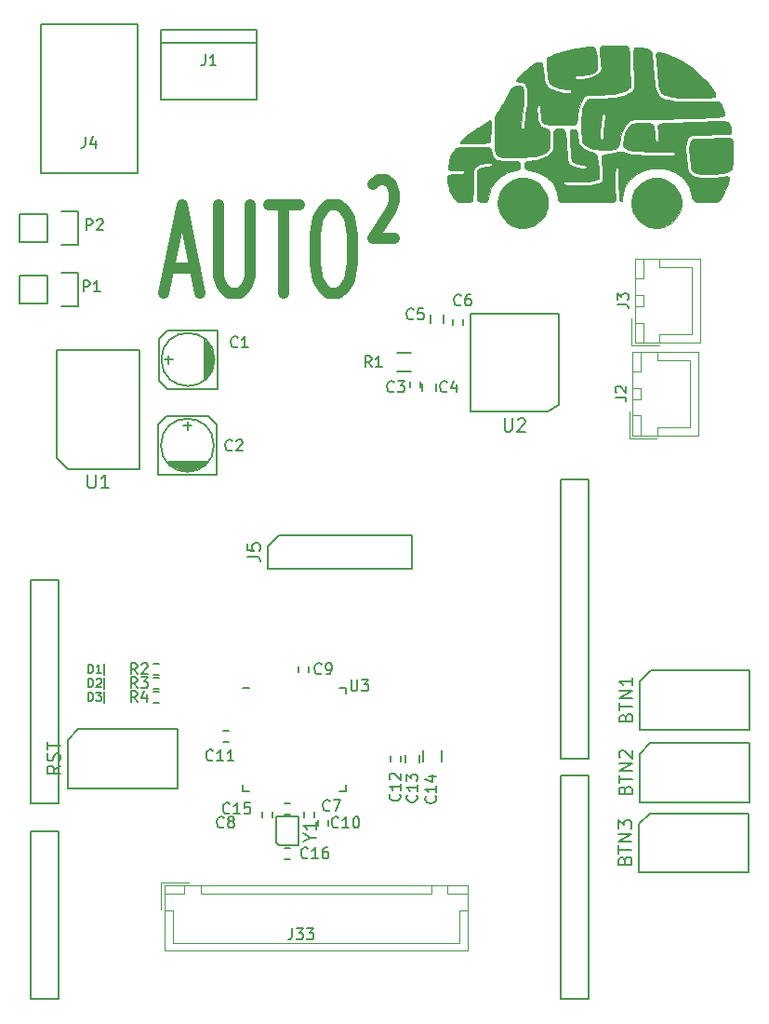
<source format=gbr>
G04 #@! TF.FileFunction,Legend,Top*
%FSLAX46Y46*%
G04 Gerber Fmt 4.6, Leading zero omitted, Abs format (unit mm)*
G04 Created by KiCad (PCBNEW 4.0.6) date 10/11/17 14:20:55*
%MOMM*%
%LPD*%
G01*
G04 APERTURE LIST*
%ADD10C,0.100000*%
%ADD11C,1.000000*%
%ADD12C,0.150000*%
%ADD13C,0.120000*%
%ADD14C,0.010000*%
%ADD15C,0.203200*%
G04 APERTURE END LIST*
D10*
D11*
X79169905Y-80073333D02*
X81550857Y-80073333D01*
X78693714Y-82359048D02*
X80360381Y-74359048D01*
X82027048Y-82359048D01*
X83693714Y-74359048D02*
X83693714Y-80835238D01*
X83931809Y-81597143D01*
X84169905Y-81978095D01*
X84646095Y-82359048D01*
X85598476Y-82359048D01*
X86074667Y-81978095D01*
X86312762Y-81597143D01*
X86550857Y-80835238D01*
X86550857Y-74359048D01*
X88217523Y-74359048D02*
X91074666Y-74359048D01*
X89646095Y-82359048D02*
X89646095Y-74359048D01*
X93693714Y-74359048D02*
X94646095Y-74359048D01*
X95122286Y-74740000D01*
X95598476Y-75501905D01*
X95836571Y-77025714D01*
X95836571Y-79692381D01*
X95598476Y-81216190D01*
X95122286Y-81978095D01*
X94646095Y-82359048D01*
X93693714Y-82359048D01*
X93217524Y-81978095D01*
X92741333Y-81216190D01*
X92503238Y-79692381D01*
X92503238Y-77025714D01*
X92741333Y-75501905D01*
X93217524Y-74740000D01*
X93693714Y-74359048D01*
X97741333Y-72454286D02*
X98217523Y-72073333D01*
X98931809Y-72073333D01*
X99408000Y-72454286D01*
X99646095Y-73216190D01*
X99646095Y-73978095D01*
X99408000Y-74740000D01*
X97741333Y-77406667D01*
X99646095Y-77406667D01*
D12*
X123060000Y-116700000D02*
X122060000Y-117700000D01*
X122060000Y-117700000D02*
X122060000Y-122100000D01*
X122060000Y-122100000D02*
X132060000Y-122100000D01*
X132060000Y-122100000D02*
X132060000Y-116700000D01*
X132060000Y-116700000D02*
X123060000Y-116700000D01*
X117348000Y-124714000D02*
X114808000Y-124714000D01*
X114808000Y-124714000D02*
X114808000Y-99314000D01*
X114808000Y-99314000D02*
X117348000Y-99314000D01*
X117348000Y-99314000D02*
X117348000Y-124714000D01*
X117348000Y-126238000D02*
X117348000Y-146558000D01*
X117348000Y-146558000D02*
X114808000Y-146558000D01*
X114808000Y-146558000D02*
X114808000Y-126238000D01*
X114808000Y-126238000D02*
X117348000Y-126238000D01*
X69088000Y-131318000D02*
X69088000Y-146558000D01*
X69088000Y-146558000D02*
X66548000Y-146558000D01*
X66548000Y-146558000D02*
X66548000Y-131318000D01*
X66548000Y-131318000D02*
X69088000Y-131318000D01*
X66548000Y-108458000D02*
X69088000Y-108458000D01*
X69088000Y-108458000D02*
X69088000Y-128778000D01*
X69088000Y-128778000D02*
X66548000Y-128778000D01*
X66548000Y-128778000D02*
X66548000Y-108458000D01*
X76300000Y-71460000D02*
X76300000Y-57960000D01*
X67500000Y-71460000D02*
X76300000Y-71460000D01*
X67500000Y-57960000D02*
X67500000Y-71460000D01*
X71900000Y-57960000D02*
X76300000Y-57960000D01*
X71900000Y-57960000D02*
X67500000Y-57960000D01*
X90166000Y-128811000D02*
X89666000Y-128811000D01*
X89666000Y-129761000D02*
X90166000Y-129761000D01*
X83186000Y-89045000D02*
X83186000Y-87648000D01*
X83059000Y-89299000D02*
X83059000Y-87521000D01*
X82932000Y-89680000D02*
X82932000Y-87140000D01*
X82805000Y-87013000D02*
X82805000Y-89807000D01*
X82678000Y-89934000D02*
X82678000Y-86886000D01*
X82551000Y-86759000D02*
X82551000Y-90061000D01*
X82424000Y-90188000D02*
X82424000Y-86632000D01*
X83567000Y-91077000D02*
X78995000Y-91077000D01*
X78995000Y-91077000D02*
X78233000Y-90315000D01*
X78233000Y-90315000D02*
X78233000Y-86505000D01*
X78233000Y-86505000D02*
X78995000Y-85743000D01*
X78995000Y-85743000D02*
X83567000Y-85743000D01*
X83567000Y-85743000D02*
X83567000Y-91077000D01*
X78741000Y-88410000D02*
X79503000Y-88410000D01*
X79122000Y-88791000D02*
X79122000Y-88029000D01*
X83313000Y-88410000D02*
G75*
G03X83313000Y-88410000I-2413000J0D01*
G01*
X80215000Y-98496000D02*
X81612000Y-98496000D01*
X79961000Y-98369000D02*
X81739000Y-98369000D01*
X79580000Y-98242000D02*
X82120000Y-98242000D01*
X82247000Y-98115000D02*
X79453000Y-98115000D01*
X79326000Y-97988000D02*
X82374000Y-97988000D01*
X82501000Y-97861000D02*
X79199000Y-97861000D01*
X79072000Y-97734000D02*
X82628000Y-97734000D01*
X78183000Y-98877000D02*
X78183000Y-94305000D01*
X78183000Y-94305000D02*
X78945000Y-93543000D01*
X78945000Y-93543000D02*
X82755000Y-93543000D01*
X82755000Y-93543000D02*
X83517000Y-94305000D01*
X83517000Y-94305000D02*
X83517000Y-98877000D01*
X83517000Y-98877000D02*
X78183000Y-98877000D01*
X80850000Y-94051000D02*
X80850000Y-94813000D01*
X80469000Y-94432000D02*
X81231000Y-94432000D01*
X83263000Y-96210000D02*
G75*
G03X83263000Y-96210000I-2413000J0D01*
G01*
X103974000Y-124960000D02*
X103974000Y-123960000D01*
X102274000Y-123960000D02*
X102274000Y-124960000D01*
X87154900Y-58412540D02*
X78454900Y-58412540D01*
X87154900Y-64817540D02*
X78454900Y-64817540D01*
X78454900Y-64817540D02*
X78454900Y-58412540D01*
X78454900Y-59642540D02*
X87154900Y-59642540D01*
X87154900Y-58412540D02*
X87154900Y-64817540D01*
D13*
X121400000Y-95310000D02*
X127350000Y-95310000D01*
X127350000Y-95310000D02*
X127350000Y-87710000D01*
X127350000Y-87710000D02*
X121400000Y-87710000D01*
X121400000Y-87710000D02*
X121400000Y-95310000D01*
X121400000Y-92010000D02*
X122150000Y-92010000D01*
X122150000Y-92010000D02*
X122150000Y-91010000D01*
X122150000Y-91010000D02*
X121400000Y-91010000D01*
X121400000Y-91010000D02*
X121400000Y-92010000D01*
X121400000Y-95310000D02*
X122150000Y-95310000D01*
X122150000Y-95310000D02*
X122150000Y-93510000D01*
X122150000Y-93510000D02*
X121400000Y-93510000D01*
X121400000Y-93510000D02*
X121400000Y-95310000D01*
X121400000Y-89510000D02*
X122150000Y-89510000D01*
X122150000Y-89510000D02*
X122150000Y-87710000D01*
X122150000Y-87710000D02*
X121400000Y-87710000D01*
X121400000Y-87710000D02*
X121400000Y-89510000D01*
X123650000Y-95310000D02*
X123650000Y-94560000D01*
X123650000Y-94560000D02*
X126600000Y-94560000D01*
X126600000Y-94560000D02*
X126600000Y-91510000D01*
X123650000Y-87710000D02*
X123650000Y-88460000D01*
X123650000Y-88460000D02*
X126600000Y-88460000D01*
X126600000Y-88460000D02*
X126600000Y-91510000D01*
X121100000Y-93110000D02*
X121100000Y-95610000D01*
X121100000Y-95610000D02*
X123600000Y-95610000D01*
X121600000Y-86860000D02*
X127550000Y-86860000D01*
X127550000Y-86860000D02*
X127550000Y-79260000D01*
X127550000Y-79260000D02*
X121600000Y-79260000D01*
X121600000Y-79260000D02*
X121600000Y-86860000D01*
X121600000Y-83560000D02*
X122350000Y-83560000D01*
X122350000Y-83560000D02*
X122350000Y-82560000D01*
X122350000Y-82560000D02*
X121600000Y-82560000D01*
X121600000Y-82560000D02*
X121600000Y-83560000D01*
X121600000Y-86860000D02*
X122350000Y-86860000D01*
X122350000Y-86860000D02*
X122350000Y-85060000D01*
X122350000Y-85060000D02*
X121600000Y-85060000D01*
X121600000Y-85060000D02*
X121600000Y-86860000D01*
X121600000Y-81060000D02*
X122350000Y-81060000D01*
X122350000Y-81060000D02*
X122350000Y-79260000D01*
X122350000Y-79260000D02*
X121600000Y-79260000D01*
X121600000Y-79260000D02*
X121600000Y-81060000D01*
X123850000Y-86860000D02*
X123850000Y-86110000D01*
X123850000Y-86110000D02*
X126800000Y-86110000D01*
X126800000Y-86110000D02*
X126800000Y-83060000D01*
X123850000Y-79260000D02*
X123850000Y-80010000D01*
X123850000Y-80010000D02*
X126800000Y-80010000D01*
X126800000Y-80010000D02*
X126800000Y-83060000D01*
X121300000Y-84660000D02*
X121300000Y-87160000D01*
X121300000Y-87160000D02*
X123800000Y-87160000D01*
D12*
X89152000Y-104408000D02*
X88152000Y-105408000D01*
X88152000Y-105408000D02*
X88152000Y-107428000D01*
X88152000Y-107428000D02*
X101332000Y-107428000D01*
X101332000Y-107428000D02*
X101332000Y-104408000D01*
X101332000Y-104408000D02*
X89152000Y-104408000D01*
D13*
X78750000Y-136250000D02*
X78750000Y-142200000D01*
X78750000Y-142200000D02*
X106350000Y-142200000D01*
X106350000Y-142200000D02*
X106350000Y-136250000D01*
X106350000Y-136250000D02*
X78750000Y-136250000D01*
X82050000Y-136250000D02*
X82050000Y-137000000D01*
X82050000Y-137000000D02*
X103050000Y-137000000D01*
X103050000Y-137000000D02*
X103050000Y-136250000D01*
X103050000Y-136250000D02*
X82050000Y-136250000D01*
X78750000Y-136250000D02*
X78750000Y-137000000D01*
X78750000Y-137000000D02*
X80550000Y-137000000D01*
X80550000Y-137000000D02*
X80550000Y-136250000D01*
X80550000Y-136250000D02*
X78750000Y-136250000D01*
X104550000Y-136250000D02*
X104550000Y-137000000D01*
X104550000Y-137000000D02*
X106350000Y-137000000D01*
X106350000Y-137000000D02*
X106350000Y-136250000D01*
X106350000Y-136250000D02*
X104550000Y-136250000D01*
X78750000Y-138500000D02*
X79500000Y-138500000D01*
X79500000Y-138500000D02*
X79500000Y-141450000D01*
X79500000Y-141450000D02*
X92550000Y-141450000D01*
X106350000Y-138500000D02*
X105600000Y-138500000D01*
X105600000Y-138500000D02*
X105600000Y-141450000D01*
X105600000Y-141450000D02*
X92550000Y-141450000D01*
X80950000Y-135950000D02*
X78450000Y-135950000D01*
X78450000Y-135950000D02*
X78450000Y-138450000D01*
D12*
X99984000Y-87771000D02*
X101184000Y-87771000D01*
X101184000Y-89521000D02*
X99984000Y-89521000D01*
X77728000Y-117111000D02*
X78228000Y-117111000D01*
X78228000Y-116061000D02*
X77728000Y-116061000D01*
X77728000Y-118381000D02*
X78228000Y-118381000D01*
X78228000Y-117331000D02*
X77728000Y-117331000D01*
X77728000Y-119651000D02*
X78228000Y-119651000D01*
X78228000Y-118601000D02*
X77728000Y-118601000D01*
X95300000Y-118250000D02*
X95300000Y-118825000D01*
X85900000Y-127650000D02*
X85900000Y-127075000D01*
X95300000Y-127650000D02*
X95300000Y-127075000D01*
X85900000Y-118250000D02*
X86475000Y-118250000D01*
X85900000Y-127650000D02*
X86475000Y-127650000D01*
X95300000Y-127650000D02*
X94725000Y-127650000D01*
X95300000Y-118250000D02*
X94725000Y-118250000D01*
X89666000Y-133825000D02*
X90166000Y-133825000D01*
X90166000Y-132875000D02*
X89666000Y-132875000D01*
X102075000Y-90928000D02*
X102075000Y-90428000D01*
X101125000Y-90428000D02*
X101125000Y-90928000D01*
X103470000Y-90582000D02*
X103470000Y-91282000D01*
X102270000Y-91282000D02*
X102270000Y-90582000D01*
X102950000Y-85060000D02*
X102950000Y-84360000D01*
X104150000Y-84360000D02*
X104150000Y-85060000D01*
X105025000Y-84760000D02*
X105025000Y-85260000D01*
X105975000Y-85260000D02*
X105975000Y-84760000D01*
X92423000Y-130044000D02*
X92423000Y-129544000D01*
X91473000Y-129544000D02*
X91473000Y-130044000D01*
X88613000Y-130044000D02*
X88613000Y-129544000D01*
X87663000Y-129544000D02*
X87663000Y-130044000D01*
X90965000Y-116336000D02*
X90965000Y-116836000D01*
X91915000Y-116836000D02*
X91915000Y-116336000D01*
X93693000Y-130806000D02*
X93693000Y-130306000D01*
X92743000Y-130306000D02*
X92743000Y-130806000D01*
X84078000Y-123157000D02*
X84578000Y-123157000D01*
X84578000Y-122207000D02*
X84078000Y-122207000D01*
X100297000Y-124964000D02*
X100297000Y-124464000D01*
X99347000Y-124464000D02*
X99347000Y-124964000D01*
X101946000Y-124364000D02*
X101946000Y-125064000D01*
X100746000Y-125064000D02*
X100746000Y-124364000D01*
X73272000Y-116086000D02*
X73272000Y-117086000D01*
X73272000Y-117356000D02*
X73272000Y-118356000D01*
X73272000Y-118626000D02*
X73272000Y-119626000D01*
X68072000Y-83312000D02*
X65532000Y-83312000D01*
X70892000Y-83592000D02*
X69342000Y-83592000D01*
X68072000Y-83312000D02*
X68072000Y-80772000D01*
X69342000Y-80492000D02*
X70892000Y-80492000D01*
X70892000Y-80492000D02*
X70892000Y-83592000D01*
X68072000Y-80772000D02*
X65532000Y-80772000D01*
X65532000Y-80772000D02*
X65532000Y-83312000D01*
X68072000Y-77724000D02*
X65532000Y-77724000D01*
X70892000Y-78004000D02*
X69342000Y-78004000D01*
X68072000Y-77724000D02*
X68072000Y-75184000D01*
X69342000Y-74904000D02*
X70892000Y-74904000D01*
X70892000Y-74904000D02*
X70892000Y-78004000D01*
X68072000Y-75184000D02*
X65532000Y-75184000D01*
X65532000Y-75184000D02*
X65532000Y-77724000D01*
D14*
G36*
X111717072Y-71919279D02*
X111948137Y-71962181D01*
X112059882Y-71993031D01*
X112348271Y-72104761D01*
X112615405Y-72251950D01*
X112858902Y-72432164D01*
X113076381Y-72642970D01*
X113265461Y-72881932D01*
X113423760Y-73146619D01*
X113548898Y-73434595D01*
X113589283Y-73556250D01*
X113609462Y-73625035D01*
X113624330Y-73684960D01*
X113634701Y-73744442D01*
X113641385Y-73811900D01*
X113645195Y-73895752D01*
X113646941Y-74004418D01*
X113647436Y-74146316D01*
X113647446Y-74159500D01*
X113645703Y-74344130D01*
X113638878Y-74496263D01*
X113624976Y-74625620D01*
X113602003Y-74741923D01*
X113567964Y-74854895D01*
X113520864Y-74974259D01*
X113458708Y-75109736D01*
X113447847Y-75132288D01*
X113291210Y-75411297D01*
X113106348Y-75658829D01*
X112892826Y-75875338D01*
X112650211Y-76061279D01*
X112448899Y-76180949D01*
X112183910Y-76298713D01*
X111900561Y-76382556D01*
X111607440Y-76430979D01*
X111313130Y-76442482D01*
X111067917Y-76422036D01*
X110768013Y-76357962D01*
X110483314Y-76255469D01*
X110216641Y-76116620D01*
X109970817Y-75943479D01*
X109748666Y-75738109D01*
X109553010Y-75502573D01*
X109386673Y-75238936D01*
X109348012Y-75164916D01*
X109231204Y-74891036D01*
X109154795Y-74614028D01*
X109117485Y-74327655D01*
X109116324Y-74055425D01*
X109151721Y-73746710D01*
X109226339Y-73453914D01*
X109340196Y-73176996D01*
X109493308Y-72915914D01*
X109685695Y-72670626D01*
X109754632Y-72596421D01*
X109983356Y-72386591D01*
X110229939Y-72213582D01*
X110498725Y-72074765D01*
X110794060Y-71967514D01*
X110794858Y-71967276D01*
X111001412Y-71921855D01*
X111231863Y-71898875D01*
X111474365Y-71898097D01*
X111717072Y-71919279D01*
X111717072Y-71919279D01*
G37*
X111717072Y-71919279D02*
X111948137Y-71962181D01*
X112059882Y-71993031D01*
X112348271Y-72104761D01*
X112615405Y-72251950D01*
X112858902Y-72432164D01*
X113076381Y-72642970D01*
X113265461Y-72881932D01*
X113423760Y-73146619D01*
X113548898Y-73434595D01*
X113589283Y-73556250D01*
X113609462Y-73625035D01*
X113624330Y-73684960D01*
X113634701Y-73744442D01*
X113641385Y-73811900D01*
X113645195Y-73895752D01*
X113646941Y-74004418D01*
X113647436Y-74146316D01*
X113647446Y-74159500D01*
X113645703Y-74344130D01*
X113638878Y-74496263D01*
X113624976Y-74625620D01*
X113602003Y-74741923D01*
X113567964Y-74854895D01*
X113520864Y-74974259D01*
X113458708Y-75109736D01*
X113447847Y-75132288D01*
X113291210Y-75411297D01*
X113106348Y-75658829D01*
X112892826Y-75875338D01*
X112650211Y-76061279D01*
X112448899Y-76180949D01*
X112183910Y-76298713D01*
X111900561Y-76382556D01*
X111607440Y-76430979D01*
X111313130Y-76442482D01*
X111067917Y-76422036D01*
X110768013Y-76357962D01*
X110483314Y-76255469D01*
X110216641Y-76116620D01*
X109970817Y-75943479D01*
X109748666Y-75738109D01*
X109553010Y-75502573D01*
X109386673Y-75238936D01*
X109348012Y-75164916D01*
X109231204Y-74891036D01*
X109154795Y-74614028D01*
X109117485Y-74327655D01*
X109116324Y-74055425D01*
X109151721Y-73746710D01*
X109226339Y-73453914D01*
X109340196Y-73176996D01*
X109493308Y-72915914D01*
X109685695Y-72670626D01*
X109754632Y-72596421D01*
X109983356Y-72386591D01*
X110229939Y-72213582D01*
X110498725Y-72074765D01*
X110794060Y-71967514D01*
X110794858Y-71967276D01*
X111001412Y-71921855D01*
X111231863Y-71898875D01*
X111474365Y-71898097D01*
X111717072Y-71919279D01*
G36*
X123689808Y-71907486D02*
X123801389Y-71910289D01*
X123890168Y-71916004D01*
X123965901Y-71925483D01*
X124038344Y-71939582D01*
X124103730Y-71955604D01*
X124402946Y-72054657D01*
X124681104Y-72189446D01*
X124935922Y-72357764D01*
X125165116Y-72557405D01*
X125366402Y-72786163D01*
X125537497Y-73041830D01*
X125676117Y-73322200D01*
X125760116Y-73556250D01*
X125780295Y-73625035D01*
X125795164Y-73684960D01*
X125805534Y-73744442D01*
X125812219Y-73811900D01*
X125816028Y-73895752D01*
X125817774Y-74004418D01*
X125818269Y-74146316D01*
X125818279Y-74159500D01*
X125817830Y-74309287D01*
X125815820Y-74425077D01*
X125811586Y-74515197D01*
X125804466Y-74587974D01*
X125793798Y-74651735D01*
X125778918Y-74714807D01*
X125772065Y-74740166D01*
X125673071Y-75026161D01*
X125539636Y-75290346D01*
X125369362Y-75536906D01*
X125212132Y-75716863D01*
X124989037Y-75927168D01*
X124758506Y-76098395D01*
X124515231Y-76233745D01*
X124253905Y-76336422D01*
X124121523Y-76374775D01*
X123964344Y-76406561D01*
X123784837Y-76428093D01*
X123597082Y-76438761D01*
X123415159Y-76437953D01*
X123253150Y-76425057D01*
X123190804Y-76415206D01*
X122877830Y-76335578D01*
X122586525Y-76220638D01*
X122318654Y-76071693D01*
X122075981Y-75890048D01*
X121860271Y-75677008D01*
X121673289Y-75433879D01*
X121528468Y-75185369D01*
X121452626Y-75027745D01*
X121395282Y-74887698D01*
X121354063Y-74754566D01*
X121326596Y-74617690D01*
X121310509Y-74466409D01*
X121303429Y-74290063D01*
X121302516Y-74170083D01*
X121304671Y-73991583D01*
X121311958Y-73844951D01*
X121325970Y-73719868D01*
X121348299Y-73606015D01*
X121380539Y-73493074D01*
X121424282Y-73370728D01*
X121427027Y-73363587D01*
X121528284Y-73137619D01*
X121652236Y-72930952D01*
X121805770Y-72733167D01*
X121937000Y-72591926D01*
X122106248Y-72431307D01*
X122268524Y-72301012D01*
X122434998Y-72193117D01*
X122616841Y-72099698D01*
X122655479Y-72082301D01*
X122801055Y-72020870D01*
X122927579Y-71975308D01*
X123046380Y-71943382D01*
X123168788Y-71922856D01*
X123306134Y-71911497D01*
X123469747Y-71907069D01*
X123545667Y-71906738D01*
X123689808Y-71907486D01*
X123689808Y-71907486D01*
G37*
X123689808Y-71907486D02*
X123801389Y-71910289D01*
X123890168Y-71916004D01*
X123965901Y-71925483D01*
X124038344Y-71939582D01*
X124103730Y-71955604D01*
X124402946Y-72054657D01*
X124681104Y-72189446D01*
X124935922Y-72357764D01*
X125165116Y-72557405D01*
X125366402Y-72786163D01*
X125537497Y-73041830D01*
X125676117Y-73322200D01*
X125760116Y-73556250D01*
X125780295Y-73625035D01*
X125795164Y-73684960D01*
X125805534Y-73744442D01*
X125812219Y-73811900D01*
X125816028Y-73895752D01*
X125817774Y-74004418D01*
X125818269Y-74146316D01*
X125818279Y-74159500D01*
X125817830Y-74309287D01*
X125815820Y-74425077D01*
X125811586Y-74515197D01*
X125804466Y-74587974D01*
X125793798Y-74651735D01*
X125778918Y-74714807D01*
X125772065Y-74740166D01*
X125673071Y-75026161D01*
X125539636Y-75290346D01*
X125369362Y-75536906D01*
X125212132Y-75716863D01*
X124989037Y-75927168D01*
X124758506Y-76098395D01*
X124515231Y-76233745D01*
X124253905Y-76336422D01*
X124121523Y-76374775D01*
X123964344Y-76406561D01*
X123784837Y-76428093D01*
X123597082Y-76438761D01*
X123415159Y-76437953D01*
X123253150Y-76425057D01*
X123190804Y-76415206D01*
X122877830Y-76335578D01*
X122586525Y-76220638D01*
X122318654Y-76071693D01*
X122075981Y-75890048D01*
X121860271Y-75677008D01*
X121673289Y-75433879D01*
X121528468Y-75185369D01*
X121452626Y-75027745D01*
X121395282Y-74887698D01*
X121354063Y-74754566D01*
X121326596Y-74617690D01*
X121310509Y-74466409D01*
X121303429Y-74290063D01*
X121302516Y-74170083D01*
X121304671Y-73991583D01*
X121311958Y-73844951D01*
X121325970Y-73719868D01*
X121348299Y-73606015D01*
X121380539Y-73493074D01*
X121424282Y-73370728D01*
X121427027Y-73363587D01*
X121528284Y-73137619D01*
X121652236Y-72930952D01*
X121805770Y-72733167D01*
X121937000Y-72591926D01*
X122106248Y-72431307D01*
X122268524Y-72301012D01*
X122434998Y-72193117D01*
X122616841Y-72099698D01*
X122655479Y-72082301D01*
X122801055Y-72020870D01*
X122927579Y-71975308D01*
X123046380Y-71943382D01*
X123168788Y-71922856D01*
X123306134Y-71911497D01*
X123469747Y-71907069D01*
X123545667Y-71906738D01*
X123689808Y-71907486D01*
G36*
X107532288Y-69082316D02*
X107728104Y-69084702D01*
X107903072Y-69088851D01*
X108053018Y-69094709D01*
X108173768Y-69102223D01*
X108261146Y-69111338D01*
X108310979Y-69122000D01*
X108314741Y-69123623D01*
X108370125Y-69159426D01*
X108414631Y-69210865D01*
X108452429Y-69285341D01*
X108487687Y-69390259D01*
X108508614Y-69467973D01*
X108559176Y-69644719D01*
X108615359Y-69792401D01*
X108682988Y-69924289D01*
X108762335Y-70045909D01*
X108845766Y-70151122D01*
X108926658Y-70223535D01*
X109016382Y-70270330D01*
X109126306Y-70298691D01*
X109173818Y-70305877D01*
X109269402Y-70316150D01*
X109398495Y-70326703D01*
X109552276Y-70337084D01*
X109721925Y-70346839D01*
X109898624Y-70355514D01*
X110073553Y-70362655D01*
X110237893Y-70367810D01*
X110382824Y-70370523D01*
X110436393Y-70370826D01*
X110619519Y-70374773D01*
X110776269Y-70386018D01*
X110902328Y-70404016D01*
X110993383Y-70428219D01*
X111030434Y-70446146D01*
X111086138Y-70500053D01*
X111124791Y-70580670D01*
X111148264Y-70693142D01*
X111156651Y-70793302D01*
X111157266Y-70909171D01*
X111143092Y-70998741D01*
X111109229Y-71067054D01*
X111050778Y-71119151D01*
X110962840Y-71160072D01*
X110840516Y-71194860D01*
X110746528Y-71215302D01*
X110380487Y-71305454D01*
X110045411Y-71421955D01*
X109737769Y-71566618D01*
X109454028Y-71741255D01*
X109190656Y-71947681D01*
X109034251Y-72094216D01*
X108874463Y-72262604D01*
X108738896Y-72426436D01*
X108624047Y-72592616D01*
X108526415Y-72768052D01*
X108442497Y-72959646D01*
X108368791Y-73174305D01*
X108301795Y-73418935D01*
X108251302Y-73637955D01*
X108216107Y-73789764D01*
X108181382Y-73904447D01*
X108141914Y-73986828D01*
X108092490Y-74041733D01*
X108027899Y-74073985D01*
X107942926Y-74088409D01*
X107832360Y-74089828D01*
X107765917Y-74087172D01*
X107622774Y-74077653D01*
X107513827Y-74063789D01*
X107431002Y-74043524D01*
X107366222Y-74014804D01*
X107311411Y-73975573D01*
X107304824Y-73969796D01*
X107237571Y-73909706D01*
X107222970Y-73595394D01*
X107218065Y-73460882D01*
X107214166Y-73295068D01*
X107211267Y-73105108D01*
X107209360Y-72898155D01*
X107208441Y-72681365D01*
X107208501Y-72461891D01*
X107209534Y-72246889D01*
X107211534Y-72043512D01*
X107214494Y-71858916D01*
X107218408Y-71700254D01*
X107223269Y-71574681D01*
X107224858Y-71545416D01*
X107233202Y-71432598D01*
X107243803Y-71330558D01*
X107255437Y-71248985D01*
X107266885Y-71197573D01*
X107269601Y-71190508D01*
X107315998Y-71129988D01*
X107395011Y-71068724D01*
X107497440Y-71012556D01*
X107614081Y-70967321D01*
X107628045Y-70963068D01*
X107698345Y-70945888D01*
X107799324Y-70925965D01*
X107919598Y-70905323D01*
X108047782Y-70885987D01*
X108104528Y-70878315D01*
X108250825Y-70857909D01*
X108360836Y-70838667D01*
X108440501Y-70818714D01*
X108495758Y-70796177D01*
X108532546Y-70769179D01*
X108556804Y-70735848D01*
X108556993Y-70735494D01*
X108564200Y-70682312D01*
X108543837Y-70620846D01*
X108503441Y-70566473D01*
X108460079Y-70537738D01*
X108401028Y-70526768D01*
X108308941Y-70524324D01*
X108192047Y-70529493D01*
X108058579Y-70541360D01*
X107916765Y-70559009D01*
X107774837Y-70581526D01*
X107641025Y-70607997D01*
X107523560Y-70637506D01*
X107500448Y-70644401D01*
X107366461Y-70697331D01*
X107235562Y-70769720D01*
X107117427Y-70854636D01*
X107021733Y-70945145D01*
X106959288Y-71032138D01*
X106944908Y-71063369D01*
X106932445Y-71100585D01*
X106921685Y-71147164D01*
X106912409Y-71206484D01*
X106904402Y-71281923D01*
X106897448Y-71376861D01*
X106891330Y-71494674D01*
X106885832Y-71638741D01*
X106880736Y-71812441D01*
X106875828Y-72019151D01*
X106870890Y-72262251D01*
X106866990Y-72473113D01*
X106861660Y-72754809D01*
X106856385Y-72997403D01*
X106850948Y-73204128D01*
X106845129Y-73378215D01*
X106838711Y-73522894D01*
X106831474Y-73641398D01*
X106823201Y-73736958D01*
X106813672Y-73812805D01*
X106802671Y-73872171D01*
X106789977Y-73918286D01*
X106775373Y-73954383D01*
X106765638Y-73972518D01*
X106740485Y-74009871D01*
X106710930Y-74038867D01*
X106671637Y-74060508D01*
X106617271Y-74075796D01*
X106542495Y-74085733D01*
X106441975Y-74091322D01*
X106310373Y-74093566D01*
X106142354Y-74093465D01*
X106122301Y-74093359D01*
X105977487Y-74091856D01*
X105840216Y-74089150D01*
X105718488Y-74085495D01*
X105620301Y-74081150D01*
X105553657Y-74076370D01*
X105539294Y-74074647D01*
X105425837Y-74050635D01*
X105327157Y-74011458D01*
X105238833Y-73952769D01*
X105156444Y-73870221D01*
X105075570Y-73759467D01*
X104991790Y-73616159D01*
X104910546Y-73456369D01*
X104799829Y-73216375D01*
X104713103Y-73000734D01*
X104647376Y-72801177D01*
X104599656Y-72609439D01*
X104594194Y-72582509D01*
X104551816Y-72342981D01*
X104526755Y-72141517D01*
X104518994Y-71977561D01*
X104528521Y-71850553D01*
X104555320Y-71759937D01*
X104572046Y-71732160D01*
X104606928Y-71687451D01*
X104640304Y-71653253D01*
X104678456Y-71627856D01*
X104727669Y-71609552D01*
X104794224Y-71596632D01*
X104884404Y-71587387D01*
X105004493Y-71580108D01*
X105156186Y-71573280D01*
X105371349Y-71563765D01*
X105548153Y-71554877D01*
X105690556Y-71546163D01*
X105802519Y-71537174D01*
X105888002Y-71527457D01*
X105950963Y-71516561D01*
X105995362Y-71504034D01*
X106025161Y-71489426D01*
X106044317Y-71472286D01*
X106044530Y-71472023D01*
X106077582Y-71404001D01*
X106077158Y-71332817D01*
X106043598Y-71272910D01*
X106039757Y-71269275D01*
X106023107Y-71257290D01*
X105999223Y-71247667D01*
X105963055Y-71239950D01*
X105909552Y-71233682D01*
X105833663Y-71228405D01*
X105730338Y-71223664D01*
X105594526Y-71219001D01*
X105431215Y-71214239D01*
X105242717Y-71208713D01*
X105091425Y-71203445D01*
X104972216Y-71197939D01*
X104879969Y-71191700D01*
X104809563Y-71184232D01*
X104755875Y-71175040D01*
X104713785Y-71163628D01*
X104678171Y-71149501D01*
X104657556Y-71139400D01*
X104595733Y-71107430D01*
X104610316Y-70914257D01*
X104644077Y-70633853D01*
X104701811Y-70348140D01*
X104780133Y-70069868D01*
X104875658Y-69811784D01*
X104940507Y-69670560D01*
X105013139Y-69533213D01*
X105085316Y-69411151D01*
X105153192Y-69310027D01*
X105212921Y-69235492D01*
X105260657Y-69193198D01*
X105268002Y-69189297D01*
X105312045Y-69174568D01*
X105377982Y-69161274D01*
X105468748Y-69149177D01*
X105587282Y-69138040D01*
X105736520Y-69127624D01*
X105919398Y-69117693D01*
X106138854Y-69108007D01*
X106386586Y-69098722D01*
X106624028Y-69091483D01*
X106861493Y-69086277D01*
X107094808Y-69083050D01*
X107319798Y-69081747D01*
X107532288Y-69082316D01*
X107532288Y-69082316D01*
G37*
X107532288Y-69082316D02*
X107728104Y-69084702D01*
X107903072Y-69088851D01*
X108053018Y-69094709D01*
X108173768Y-69102223D01*
X108261146Y-69111338D01*
X108310979Y-69122000D01*
X108314741Y-69123623D01*
X108370125Y-69159426D01*
X108414631Y-69210865D01*
X108452429Y-69285341D01*
X108487687Y-69390259D01*
X108508614Y-69467973D01*
X108559176Y-69644719D01*
X108615359Y-69792401D01*
X108682988Y-69924289D01*
X108762335Y-70045909D01*
X108845766Y-70151122D01*
X108926658Y-70223535D01*
X109016382Y-70270330D01*
X109126306Y-70298691D01*
X109173818Y-70305877D01*
X109269402Y-70316150D01*
X109398495Y-70326703D01*
X109552276Y-70337084D01*
X109721925Y-70346839D01*
X109898624Y-70355514D01*
X110073553Y-70362655D01*
X110237893Y-70367810D01*
X110382824Y-70370523D01*
X110436393Y-70370826D01*
X110619519Y-70374773D01*
X110776269Y-70386018D01*
X110902328Y-70404016D01*
X110993383Y-70428219D01*
X111030434Y-70446146D01*
X111086138Y-70500053D01*
X111124791Y-70580670D01*
X111148264Y-70693142D01*
X111156651Y-70793302D01*
X111157266Y-70909171D01*
X111143092Y-70998741D01*
X111109229Y-71067054D01*
X111050778Y-71119151D01*
X110962840Y-71160072D01*
X110840516Y-71194860D01*
X110746528Y-71215302D01*
X110380487Y-71305454D01*
X110045411Y-71421955D01*
X109737769Y-71566618D01*
X109454028Y-71741255D01*
X109190656Y-71947681D01*
X109034251Y-72094216D01*
X108874463Y-72262604D01*
X108738896Y-72426436D01*
X108624047Y-72592616D01*
X108526415Y-72768052D01*
X108442497Y-72959646D01*
X108368791Y-73174305D01*
X108301795Y-73418935D01*
X108251302Y-73637955D01*
X108216107Y-73789764D01*
X108181382Y-73904447D01*
X108141914Y-73986828D01*
X108092490Y-74041733D01*
X108027899Y-74073985D01*
X107942926Y-74088409D01*
X107832360Y-74089828D01*
X107765917Y-74087172D01*
X107622774Y-74077653D01*
X107513827Y-74063789D01*
X107431002Y-74043524D01*
X107366222Y-74014804D01*
X107311411Y-73975573D01*
X107304824Y-73969796D01*
X107237571Y-73909706D01*
X107222970Y-73595394D01*
X107218065Y-73460882D01*
X107214166Y-73295068D01*
X107211267Y-73105108D01*
X107209360Y-72898155D01*
X107208441Y-72681365D01*
X107208501Y-72461891D01*
X107209534Y-72246889D01*
X107211534Y-72043512D01*
X107214494Y-71858916D01*
X107218408Y-71700254D01*
X107223269Y-71574681D01*
X107224858Y-71545416D01*
X107233202Y-71432598D01*
X107243803Y-71330558D01*
X107255437Y-71248985D01*
X107266885Y-71197573D01*
X107269601Y-71190508D01*
X107315998Y-71129988D01*
X107395011Y-71068724D01*
X107497440Y-71012556D01*
X107614081Y-70967321D01*
X107628045Y-70963068D01*
X107698345Y-70945888D01*
X107799324Y-70925965D01*
X107919598Y-70905323D01*
X108047782Y-70885987D01*
X108104528Y-70878315D01*
X108250825Y-70857909D01*
X108360836Y-70838667D01*
X108440501Y-70818714D01*
X108495758Y-70796177D01*
X108532546Y-70769179D01*
X108556804Y-70735848D01*
X108556993Y-70735494D01*
X108564200Y-70682312D01*
X108543837Y-70620846D01*
X108503441Y-70566473D01*
X108460079Y-70537738D01*
X108401028Y-70526768D01*
X108308941Y-70524324D01*
X108192047Y-70529493D01*
X108058579Y-70541360D01*
X107916765Y-70559009D01*
X107774837Y-70581526D01*
X107641025Y-70607997D01*
X107523560Y-70637506D01*
X107500448Y-70644401D01*
X107366461Y-70697331D01*
X107235562Y-70769720D01*
X107117427Y-70854636D01*
X107021733Y-70945145D01*
X106959288Y-71032138D01*
X106944908Y-71063369D01*
X106932445Y-71100585D01*
X106921685Y-71147164D01*
X106912409Y-71206484D01*
X106904402Y-71281923D01*
X106897448Y-71376861D01*
X106891330Y-71494674D01*
X106885832Y-71638741D01*
X106880736Y-71812441D01*
X106875828Y-72019151D01*
X106870890Y-72262251D01*
X106866990Y-72473113D01*
X106861660Y-72754809D01*
X106856385Y-72997403D01*
X106850948Y-73204128D01*
X106845129Y-73378215D01*
X106838711Y-73522894D01*
X106831474Y-73641398D01*
X106823201Y-73736958D01*
X106813672Y-73812805D01*
X106802671Y-73872171D01*
X106789977Y-73918286D01*
X106775373Y-73954383D01*
X106765638Y-73972518D01*
X106740485Y-74009871D01*
X106710930Y-74038867D01*
X106671637Y-74060508D01*
X106617271Y-74075796D01*
X106542495Y-74085733D01*
X106441975Y-74091322D01*
X106310373Y-74093566D01*
X106142354Y-74093465D01*
X106122301Y-74093359D01*
X105977487Y-74091856D01*
X105840216Y-74089150D01*
X105718488Y-74085495D01*
X105620301Y-74081150D01*
X105553657Y-74076370D01*
X105539294Y-74074647D01*
X105425837Y-74050635D01*
X105327157Y-74011458D01*
X105238833Y-73952769D01*
X105156444Y-73870221D01*
X105075570Y-73759467D01*
X104991790Y-73616159D01*
X104910546Y-73456369D01*
X104799829Y-73216375D01*
X104713103Y-73000734D01*
X104647376Y-72801177D01*
X104599656Y-72609439D01*
X104594194Y-72582509D01*
X104551816Y-72342981D01*
X104526755Y-72141517D01*
X104518994Y-71977561D01*
X104528521Y-71850553D01*
X104555320Y-71759937D01*
X104572046Y-71732160D01*
X104606928Y-71687451D01*
X104640304Y-71653253D01*
X104678456Y-71627856D01*
X104727669Y-71609552D01*
X104794224Y-71596632D01*
X104884404Y-71587387D01*
X105004493Y-71580108D01*
X105156186Y-71573280D01*
X105371349Y-71563765D01*
X105548153Y-71554877D01*
X105690556Y-71546163D01*
X105802519Y-71537174D01*
X105888002Y-71527457D01*
X105950963Y-71516561D01*
X105995362Y-71504034D01*
X106025161Y-71489426D01*
X106044317Y-71472286D01*
X106044530Y-71472023D01*
X106077582Y-71404001D01*
X106077158Y-71332817D01*
X106043598Y-71272910D01*
X106039757Y-71269275D01*
X106023107Y-71257290D01*
X105999223Y-71247667D01*
X105963055Y-71239950D01*
X105909552Y-71233682D01*
X105833663Y-71228405D01*
X105730338Y-71223664D01*
X105594526Y-71219001D01*
X105431215Y-71214239D01*
X105242717Y-71208713D01*
X105091425Y-71203445D01*
X104972216Y-71197939D01*
X104879969Y-71191700D01*
X104809563Y-71184232D01*
X104755875Y-71175040D01*
X104713785Y-71163628D01*
X104678171Y-71149501D01*
X104657556Y-71139400D01*
X104595733Y-71107430D01*
X104610316Y-70914257D01*
X104644077Y-70633853D01*
X104701811Y-70348140D01*
X104780133Y-70069868D01*
X104875658Y-69811784D01*
X104940507Y-69670560D01*
X105013139Y-69533213D01*
X105085316Y-69411151D01*
X105153192Y-69310027D01*
X105212921Y-69235492D01*
X105260657Y-69193198D01*
X105268002Y-69189297D01*
X105312045Y-69174568D01*
X105377982Y-69161274D01*
X105468748Y-69149177D01*
X105587282Y-69138040D01*
X105736520Y-69127624D01*
X105919398Y-69117693D01*
X106138854Y-69108007D01*
X106386586Y-69098722D01*
X106624028Y-69091483D01*
X106861493Y-69086277D01*
X107094808Y-69083050D01*
X107319798Y-69081747D01*
X107532288Y-69082316D01*
G36*
X129530718Y-66712216D02*
X129647224Y-66718274D01*
X129744309Y-66728826D01*
X129809582Y-66740285D01*
X129936823Y-66770884D01*
X130029723Y-66803156D01*
X130096235Y-66840613D01*
X130144310Y-66886771D01*
X130146081Y-66888998D01*
X130182166Y-66951631D01*
X130221648Y-67049394D01*
X130262337Y-67175454D01*
X130302046Y-67322977D01*
X130338586Y-67485129D01*
X130341406Y-67499022D01*
X130363245Y-67622269D01*
X130370551Y-67712242D01*
X130361870Y-67775929D01*
X130335751Y-67820317D01*
X130290741Y-67852394D01*
X130265557Y-67864000D01*
X130232046Y-67873717D01*
X130178150Y-67882852D01*
X130101708Y-67891511D01*
X130000562Y-67899801D01*
X129872553Y-67907829D01*
X129715520Y-67915700D01*
X129527306Y-67923521D01*
X129305749Y-67931399D01*
X129048692Y-67939440D01*
X128753974Y-67947750D01*
X128419436Y-67956437D01*
X128361083Y-67957893D01*
X128045516Y-67966007D01*
X127769770Y-67973738D01*
X127531337Y-67981219D01*
X127327708Y-67988587D01*
X127156374Y-67995977D01*
X127014827Y-68003523D01*
X126900558Y-68011362D01*
X126811058Y-68019627D01*
X126743819Y-68028456D01*
X126696331Y-68037982D01*
X126666087Y-68048340D01*
X126664061Y-68049351D01*
X126599137Y-68095249D01*
X126525442Y-68165958D01*
X126454327Y-68249045D01*
X126397146Y-68332079D01*
X126383855Y-68356197D01*
X126357776Y-68416330D01*
X126326377Y-68501874D01*
X126295233Y-68597333D01*
X126286017Y-68628176D01*
X126252318Y-68766103D01*
X126228478Y-68917173D01*
X126214499Y-69085471D01*
X126210385Y-69275081D01*
X126216137Y-69490088D01*
X126231759Y-69734577D01*
X126257254Y-70012632D01*
X126287088Y-70281817D01*
X126316999Y-70528854D01*
X126344023Y-70737069D01*
X126368756Y-70909829D01*
X126391795Y-71050501D01*
X126413736Y-71162454D01*
X126435175Y-71249055D01*
X126456709Y-71313671D01*
X126477584Y-71357396D01*
X126573338Y-71480795D01*
X126708021Y-71592154D01*
X126879675Y-71690420D01*
X127086348Y-71774542D01*
X127326083Y-71843467D01*
X127419167Y-71864163D01*
X127505835Y-71877422D01*
X127627582Y-71889253D01*
X127777160Y-71899115D01*
X127947325Y-71906466D01*
X128011833Y-71908384D01*
X128165932Y-71911294D01*
X128310113Y-71911218D01*
X128451107Y-71907659D01*
X128595642Y-71900121D01*
X128750447Y-71888106D01*
X128922252Y-71871120D01*
X129117787Y-71848664D01*
X129343780Y-71820242D01*
X129519071Y-71797150D01*
X129650239Y-71780589D01*
X129769699Y-71767286D01*
X129870113Y-71757916D01*
X129944144Y-71753155D01*
X129984454Y-71753678D01*
X129986590Y-71754106D01*
X130039358Y-71776399D01*
X130093311Y-71811076D01*
X130129186Y-71847024D01*
X130145767Y-71891218D01*
X130149667Y-71957335D01*
X130138777Y-72062373D01*
X130106174Y-72203365D01*
X130051954Y-72379980D01*
X129976212Y-72591890D01*
X129925998Y-72721889D01*
X129840593Y-72932177D01*
X129753706Y-73135062D01*
X129667657Y-73325795D01*
X129584769Y-73499628D01*
X129507363Y-73651813D01*
X129437760Y-73777602D01*
X129378283Y-73872247D01*
X129338382Y-73923628D01*
X129293653Y-73962654D01*
X129229064Y-74008379D01*
X129186583Y-74034554D01*
X129080750Y-74095602D01*
X127175750Y-74095602D01*
X127068269Y-74033954D01*
X126954858Y-73953936D01*
X126868483Y-73861948D01*
X126815820Y-73765505D01*
X126808742Y-73741736D01*
X126797537Y-73691597D01*
X126780568Y-73610211D01*
X126759944Y-73507924D01*
X126737777Y-73395082D01*
X126732667Y-73368648D01*
X126685597Y-73144962D01*
X126636621Y-72955831D01*
X126583313Y-72793478D01*
X126523244Y-72650127D01*
X126484016Y-72572000D01*
X126311000Y-72292472D01*
X126103359Y-72035821D01*
X125862961Y-71803466D01*
X125591676Y-71596827D01*
X125291372Y-71417326D01*
X124963917Y-71266382D01*
X124611181Y-71145416D01*
X124604866Y-71143595D01*
X124439961Y-71100010D01*
X124283874Y-71067820D01*
X124126634Y-71046001D01*
X123958272Y-71033531D01*
X123768816Y-71029387D01*
X123548298Y-71032546D01*
X123527889Y-71033116D01*
X123312623Y-71042120D01*
X123128093Y-71056851D01*
X122962880Y-71079153D01*
X122805565Y-71110867D01*
X122644730Y-71153837D01*
X122502969Y-71198512D01*
X122192225Y-71320012D01*
X121894910Y-71472426D01*
X121615475Y-71652114D01*
X121358368Y-71855438D01*
X121128039Y-72078761D01*
X120928938Y-72318444D01*
X120765514Y-72570849D01*
X120720245Y-72656167D01*
X120640257Y-72829397D01*
X120577188Y-72999886D01*
X120528379Y-73177931D01*
X120491165Y-73373833D01*
X120462885Y-73597889D01*
X120454749Y-73683250D01*
X120443544Y-73807249D01*
X120433924Y-73895267D01*
X120423466Y-73953468D01*
X120409750Y-73988012D01*
X120390353Y-74005062D01*
X120362854Y-74010782D01*
X120325827Y-74011333D01*
X120268877Y-74007167D01*
X120236779Y-73987476D01*
X120212317Y-73941467D01*
X120211586Y-73939723D01*
X120196790Y-73892656D01*
X120183649Y-73824860D01*
X120172042Y-73733978D01*
X120161852Y-73617655D01*
X120152957Y-73473536D01*
X120145239Y-73299265D01*
X120138578Y-73092487D01*
X120132855Y-72850845D01*
X120127949Y-72571985D01*
X120123743Y-72253551D01*
X120123089Y-72195391D01*
X120110472Y-71046199D01*
X120057798Y-71004766D01*
X119987415Y-70968252D01*
X119921797Y-70973771D01*
X119859958Y-71021425D01*
X119856152Y-71025857D01*
X119833977Y-71055645D01*
X119818187Y-71089039D01*
X119807018Y-71134625D01*
X119798707Y-71200990D01*
X119791491Y-71296720D01*
X119787687Y-71359232D01*
X119785019Y-71430768D01*
X119783136Y-71536855D01*
X119781989Y-71672428D01*
X119781528Y-71832425D01*
X119781703Y-72011782D01*
X119782463Y-72205437D01*
X119783759Y-72408326D01*
X119785541Y-72615387D01*
X119787758Y-72821555D01*
X119790361Y-73021769D01*
X119793299Y-73210964D01*
X119796523Y-73384079D01*
X119799983Y-73536049D01*
X119803628Y-73661811D01*
X119807410Y-73756303D01*
X119811276Y-73814461D01*
X119811997Y-73820833D01*
X119815922Y-73883850D01*
X119804310Y-73932973D01*
X119771405Y-73988171D01*
X119758608Y-74006041D01*
X119693068Y-74096000D01*
X117306659Y-74093171D01*
X116990238Y-74092672D01*
X116684287Y-74091946D01*
X116391633Y-74091013D01*
X116115099Y-74089893D01*
X115857512Y-74088605D01*
X115621697Y-74087169D01*
X115410480Y-74085605D01*
X115226685Y-74083930D01*
X115073137Y-74082166D01*
X114952663Y-74080332D01*
X114868088Y-74078447D01*
X114822237Y-74076531D01*
X114816757Y-74075996D01*
X114731670Y-74054583D01*
X114673272Y-74014635D01*
X114665298Y-74005885D01*
X114631538Y-73948242D01*
X114601215Y-73865137D01*
X114579359Y-73773408D01*
X114571000Y-73690159D01*
X114566341Y-73645065D01*
X114553754Y-73568807D01*
X114535326Y-73471351D01*
X114513143Y-73362666D01*
X114489292Y-73252718D01*
X114465858Y-73151474D01*
X114444927Y-73068903D01*
X114431302Y-73022730D01*
X114337905Y-72796904D01*
X114209899Y-72567350D01*
X114053248Y-72342415D01*
X113873918Y-72130448D01*
X113677873Y-71939799D01*
X113626161Y-71895795D01*
X113445245Y-71755892D01*
X113260418Y-71633626D01*
X113065513Y-71526282D01*
X112854361Y-71431143D01*
X112620792Y-71345495D01*
X112358638Y-71266623D01*
X112061729Y-71191812D01*
X111988667Y-71175073D01*
X111828884Y-71132969D01*
X111701196Y-71086423D01*
X111608753Y-71036878D01*
X111554710Y-70985779D01*
X111547626Y-70973056D01*
X111532628Y-70914193D01*
X111524527Y-70828245D01*
X111523103Y-70729236D01*
X111528134Y-70631192D01*
X111539401Y-70548136D01*
X111555108Y-70496973D01*
X111584693Y-70452511D01*
X111625745Y-70417837D01*
X111684326Y-70390937D01*
X111766494Y-70369797D01*
X111878310Y-70352403D01*
X112025833Y-70336742D01*
X112041583Y-70335302D01*
X112351360Y-70301114D01*
X112626318Y-70256924D01*
X112873182Y-70200867D01*
X113098678Y-70131075D01*
X113309531Y-70045684D01*
X113512465Y-69942827D01*
X113565769Y-69912405D01*
X113683962Y-69833772D01*
X113802436Y-69737968D01*
X113912370Y-69633563D01*
X114004943Y-69529130D01*
X114071334Y-69433241D01*
X114084312Y-69408502D01*
X114098355Y-69377569D01*
X114109686Y-69346374D01*
X114118748Y-69309846D01*
X114125985Y-69262913D01*
X114131840Y-69200502D01*
X114136755Y-69117541D01*
X114141175Y-69008958D01*
X114145543Y-68869682D01*
X114150301Y-68694639D01*
X114151832Y-68635918D01*
X114158634Y-68392605D01*
X114165555Y-68188066D01*
X114172903Y-68018742D01*
X114180987Y-67881073D01*
X114190115Y-67771501D01*
X114200595Y-67686466D01*
X114212737Y-67622409D01*
X114226849Y-67575772D01*
X114243240Y-67542994D01*
X114247067Y-67537447D01*
X114319445Y-67469066D01*
X114422487Y-67422152D01*
X114559233Y-67395529D01*
X114627500Y-67390113D01*
X114765962Y-67386128D01*
X114871913Y-67392112D01*
X114954430Y-67410130D01*
X115022593Y-67442248D01*
X115085479Y-67490531D01*
X115091047Y-67495608D01*
X115126165Y-67529969D01*
X115157032Y-67566161D01*
X115184181Y-67607333D01*
X115208146Y-67656631D01*
X115229460Y-67717203D01*
X115248658Y-67792198D01*
X115266273Y-67884763D01*
X115282839Y-67998045D01*
X115298889Y-68135192D01*
X115314957Y-68299352D01*
X115331577Y-68493673D01*
X115349282Y-68721302D01*
X115368607Y-68985388D01*
X115386520Y-69238250D01*
X115404858Y-69494881D01*
X115421183Y-69712816D01*
X115435844Y-69895625D01*
X115449191Y-70046880D01*
X115461573Y-70170150D01*
X115473337Y-70269007D01*
X115484833Y-70347021D01*
X115496410Y-70407764D01*
X115503747Y-70438187D01*
X115543279Y-70516775D01*
X115618051Y-70600069D01*
X115721881Y-70684050D01*
X115848583Y-70764701D01*
X115991974Y-70838002D01*
X116145869Y-70899937D01*
X116274917Y-70939256D01*
X116460001Y-70982483D01*
X116641338Y-71016189D01*
X116807535Y-71038578D01*
X116947203Y-71047850D01*
X116964070Y-71048000D01*
X117042853Y-71046377D01*
X117092001Y-71039003D01*
X117124166Y-71022120D01*
X117151797Y-70992228D01*
X117190331Y-70917387D01*
X117189322Y-70847513D01*
X117150757Y-70789676D01*
X117084632Y-70753443D01*
X117038684Y-70741473D01*
X116960890Y-70724554D01*
X116861157Y-70704714D01*
X116749393Y-70683982D01*
X116719345Y-70678654D01*
X116527617Y-70642180D01*
X116369690Y-70605319D01*
X116237083Y-70565549D01*
X116121318Y-70520349D01*
X116020917Y-70471004D01*
X115978539Y-70447811D01*
X115942062Y-70425243D01*
X115910799Y-70400007D01*
X115884060Y-70368808D01*
X115861156Y-70328352D01*
X115841400Y-70275345D01*
X115824103Y-70206492D01*
X115808575Y-70118500D01*
X115794129Y-70008074D01*
X115780077Y-69871920D01*
X115765728Y-69706743D01*
X115750396Y-69509250D01*
X115733391Y-69276146D01*
X115714025Y-69004137D01*
X115713875Y-69002026D01*
X115694762Y-68729997D01*
X115679074Y-68496802D01*
X115666954Y-68299071D01*
X115658544Y-68133431D01*
X115653986Y-67996511D01*
X115653424Y-67884940D01*
X115657000Y-67795346D01*
X115664856Y-67724358D01*
X115677137Y-67668604D01*
X115693983Y-67624713D01*
X115715538Y-67589313D01*
X115741944Y-67559034D01*
X115773344Y-67530503D01*
X115776246Y-67528053D01*
X115819963Y-67496180D01*
X115864965Y-67478841D01*
X115926525Y-67471865D01*
X115985499Y-67470912D01*
X116108347Y-67481641D01*
X116200178Y-67515929D01*
X116267195Y-67577158D01*
X116306328Y-67646022D01*
X116329215Y-67718604D01*
X116352596Y-67832345D01*
X116376302Y-67986073D01*
X116400163Y-68178620D01*
X116424011Y-68408815D01*
X116436721Y-68547206D01*
X116463542Y-68850995D01*
X116591479Y-68967482D01*
X116783773Y-69124432D01*
X116994828Y-69260520D01*
X117231733Y-69379680D01*
X117501574Y-69485844D01*
X117563707Y-69507061D01*
X117714158Y-69558819D01*
X117829917Y-69603527D01*
X117917139Y-69645251D01*
X117981979Y-69688059D01*
X118030593Y-69736015D01*
X118069136Y-69793186D01*
X118103763Y-69863640D01*
X118103884Y-69863913D01*
X118128293Y-69934737D01*
X118155522Y-70040457D01*
X118184204Y-70173842D01*
X118212975Y-70327661D01*
X118240469Y-70494684D01*
X118265322Y-70667679D01*
X118283479Y-70815166D01*
X118296542Y-70940349D01*
X118309295Y-71079452D01*
X118321321Y-71225908D01*
X118332201Y-71373145D01*
X118341518Y-71514595D01*
X118348854Y-71643687D01*
X118353791Y-71753853D01*
X118355911Y-71838522D01*
X118354796Y-71891125D01*
X118352723Y-71903831D01*
X118315542Y-71950168D01*
X118241878Y-71998775D01*
X118137347Y-72047476D01*
X118007565Y-72094095D01*
X117858148Y-72136458D01*
X117694712Y-72172388D01*
X117629583Y-72183988D01*
X117573248Y-72192705D01*
X117515055Y-72200031D01*
X117450893Y-72206083D01*
X117376647Y-72210980D01*
X117288207Y-72214837D01*
X117181460Y-72217773D01*
X117052294Y-72219905D01*
X116896595Y-72221351D01*
X116710253Y-72222229D01*
X116489154Y-72222654D01*
X116272930Y-72222750D01*
X116018181Y-72222772D01*
X115802512Y-72223037D01*
X115622670Y-72223846D01*
X115475402Y-72225497D01*
X115357453Y-72228290D01*
X115265572Y-72232523D01*
X115196503Y-72238496D01*
X115146995Y-72246508D01*
X115113794Y-72256858D01*
X115093646Y-72269846D01*
X115083299Y-72285771D01*
X115079499Y-72304932D01*
X115078992Y-72327628D01*
X115079000Y-72332566D01*
X115097080Y-72415107D01*
X115151373Y-72475748D01*
X115194597Y-72498938D01*
X115252256Y-72513736D01*
X115347217Y-72526897D01*
X115474478Y-72538376D01*
X115629036Y-72548132D01*
X115805889Y-72556118D01*
X116000036Y-72562293D01*
X116206475Y-72566612D01*
X116420204Y-72569032D01*
X116636221Y-72569509D01*
X116849523Y-72567999D01*
X117055110Y-72564459D01*
X117247978Y-72558846D01*
X117423127Y-72551114D01*
X117575554Y-72541222D01*
X117700257Y-72529124D01*
X117756583Y-72521296D01*
X117963824Y-72479123D01*
X118153586Y-72423284D01*
X118321480Y-72356026D01*
X118463120Y-72279599D01*
X118574116Y-72196252D01*
X118650082Y-72108234D01*
X118678952Y-72048511D01*
X118688492Y-71993262D01*
X118693982Y-71902367D01*
X118695644Y-71782298D01*
X118693701Y-71639528D01*
X118688379Y-71480527D01*
X118679898Y-71311768D01*
X118668484Y-71139722D01*
X118654359Y-70970861D01*
X118637747Y-70811657D01*
X118635656Y-70794000D01*
X118610992Y-70587589D01*
X118591237Y-70418919D01*
X118576086Y-70283719D01*
X118565238Y-70177720D01*
X118558388Y-70096649D01*
X118555235Y-70036237D01*
X118555475Y-69992214D01*
X118558805Y-69960308D01*
X118564923Y-69936249D01*
X118573381Y-69916065D01*
X118608545Y-69863800D01*
X118661324Y-69823052D01*
X118738008Y-69791148D01*
X118844884Y-69765416D01*
X118976650Y-69744715D01*
X119170359Y-69717776D01*
X119331285Y-69692605D01*
X119468819Y-69667315D01*
X119592353Y-69640015D01*
X119711279Y-69608817D01*
X119832880Y-69572493D01*
X119950094Y-69537241D01*
X120041676Y-69514203D01*
X120121710Y-69500936D01*
X120204280Y-69494997D01*
X120286000Y-69493884D01*
X120373804Y-69494994D01*
X120442780Y-69499880D01*
X120505449Y-69511314D01*
X120574334Y-69532069D01*
X120661959Y-69564917D01*
X120730500Y-69592294D01*
X120824800Y-69629349D01*
X120915116Y-69662237D01*
X121004518Y-69691226D01*
X121096072Y-69716583D01*
X121192847Y-69738576D01*
X121297911Y-69757473D01*
X121414332Y-69773541D01*
X121545177Y-69787048D01*
X121693515Y-69798262D01*
X121862414Y-69807449D01*
X122054942Y-69814879D01*
X122274166Y-69820817D01*
X122523155Y-69825533D01*
X122804977Y-69829293D01*
X123122700Y-69832365D01*
X123479391Y-69835017D01*
X123516037Y-69835261D01*
X125169157Y-69846176D01*
X125214662Y-69772548D01*
X125250401Y-69702602D01*
X125255925Y-69647006D01*
X125231172Y-69590397D01*
X125213853Y-69565476D01*
X125167539Y-69502833D01*
X124372478Y-69501938D01*
X124110631Y-69501119D01*
X123841395Y-69499301D01*
X123568867Y-69496576D01*
X123297143Y-69493036D01*
X123030320Y-69488773D01*
X122772496Y-69483879D01*
X122527766Y-69478445D01*
X122300229Y-69472564D01*
X122093980Y-69466328D01*
X121913116Y-69459828D01*
X121761734Y-69453156D01*
X121643932Y-69446405D01*
X121563805Y-69439665D01*
X121556000Y-69438749D01*
X121383259Y-69411718D01*
X121211437Y-69374373D01*
X121046892Y-69328980D01*
X120895983Y-69277801D01*
X120765071Y-69223100D01*
X120660513Y-69167141D01*
X120588671Y-69112188D01*
X120567766Y-69086973D01*
X120538277Y-69015888D01*
X120525339Y-68915929D01*
X120528907Y-68784062D01*
X120548934Y-68617256D01*
X120559778Y-68550333D01*
X120627818Y-68212792D01*
X120710067Y-67914202D01*
X120806965Y-67653482D01*
X120918948Y-67429552D01*
X121046456Y-67241330D01*
X121129395Y-67146331D01*
X121193906Y-67085607D01*
X121260689Y-67032451D01*
X121305071Y-67004159D01*
X121368147Y-66979581D01*
X121455799Y-66959239D01*
X121570923Y-66942889D01*
X121716415Y-66930286D01*
X121895171Y-66921186D01*
X122110086Y-66915345D01*
X122364056Y-66912517D01*
X122392083Y-66912389D01*
X122580475Y-66911812D01*
X122731585Y-66912344D01*
X122850464Y-66914853D01*
X122942162Y-66920210D01*
X123011732Y-66929285D01*
X123064223Y-66942947D01*
X123104686Y-66962067D01*
X123138173Y-66987514D01*
X123169733Y-67020158D01*
X123195977Y-67050838D01*
X123227192Y-67090342D01*
X123252944Y-67130725D01*
X123274387Y-67177186D01*
X123292673Y-67234925D01*
X123308953Y-67309141D01*
X123324381Y-67405036D01*
X123340108Y-67527808D01*
X123357286Y-67682657D01*
X123375818Y-67862416D01*
X123394690Y-68042642D01*
X123411366Y-68185528D01*
X123426809Y-68295946D01*
X123441982Y-68378773D01*
X123457847Y-68438883D01*
X123475366Y-68481149D01*
X123495501Y-68510448D01*
X123505791Y-68520807D01*
X123568092Y-68552606D01*
X123639031Y-68553991D01*
X123701515Y-68525899D01*
X123718298Y-68509182D01*
X123732369Y-68489960D01*
X123743017Y-68468087D01*
X123750210Y-68438828D01*
X123753915Y-68397445D01*
X123754100Y-68339199D01*
X123750732Y-68259354D01*
X123743779Y-68153173D01*
X123733209Y-68015917D01*
X123718988Y-67842849D01*
X123713273Y-67774488D01*
X123701493Y-67625612D01*
X123691841Y-67487167D01*
X123684683Y-67365883D01*
X123680385Y-67268488D01*
X123679314Y-67201714D01*
X123680729Y-67176487D01*
X123714979Y-67090248D01*
X123784312Y-67016762D01*
X123881938Y-66962551D01*
X123915228Y-66951171D01*
X123965797Y-66939051D01*
X124034050Y-66928003D01*
X124122452Y-66917906D01*
X124233466Y-66908641D01*
X124369554Y-66900088D01*
X124533181Y-66892127D01*
X124726810Y-66884639D01*
X124952903Y-66877504D01*
X125213924Y-66870601D01*
X125512337Y-66863812D01*
X125850604Y-66857017D01*
X125852833Y-66856974D01*
X126179005Y-66850518D01*
X126469460Y-66844155D01*
X126730812Y-66837621D01*
X126969675Y-66830653D01*
X127192663Y-66822987D01*
X127406392Y-66814358D01*
X127617475Y-66804504D01*
X127832527Y-66793160D01*
X128058162Y-66780062D01*
X128300994Y-66764947D01*
X128524725Y-66750391D01*
X128794971Y-66733529D01*
X129026917Y-66721309D01*
X129224340Y-66713704D01*
X129391015Y-66710683D01*
X129530718Y-66712216D01*
X129530718Y-66712216D01*
G37*
X129530718Y-66712216D02*
X129647224Y-66718274D01*
X129744309Y-66728826D01*
X129809582Y-66740285D01*
X129936823Y-66770884D01*
X130029723Y-66803156D01*
X130096235Y-66840613D01*
X130144310Y-66886771D01*
X130146081Y-66888998D01*
X130182166Y-66951631D01*
X130221648Y-67049394D01*
X130262337Y-67175454D01*
X130302046Y-67322977D01*
X130338586Y-67485129D01*
X130341406Y-67499022D01*
X130363245Y-67622269D01*
X130370551Y-67712242D01*
X130361870Y-67775929D01*
X130335751Y-67820317D01*
X130290741Y-67852394D01*
X130265557Y-67864000D01*
X130232046Y-67873717D01*
X130178150Y-67882852D01*
X130101708Y-67891511D01*
X130000562Y-67899801D01*
X129872553Y-67907829D01*
X129715520Y-67915700D01*
X129527306Y-67923521D01*
X129305749Y-67931399D01*
X129048692Y-67939440D01*
X128753974Y-67947750D01*
X128419436Y-67956437D01*
X128361083Y-67957893D01*
X128045516Y-67966007D01*
X127769770Y-67973738D01*
X127531337Y-67981219D01*
X127327708Y-67988587D01*
X127156374Y-67995977D01*
X127014827Y-68003523D01*
X126900558Y-68011362D01*
X126811058Y-68019627D01*
X126743819Y-68028456D01*
X126696331Y-68037982D01*
X126666087Y-68048340D01*
X126664061Y-68049351D01*
X126599137Y-68095249D01*
X126525442Y-68165958D01*
X126454327Y-68249045D01*
X126397146Y-68332079D01*
X126383855Y-68356197D01*
X126357776Y-68416330D01*
X126326377Y-68501874D01*
X126295233Y-68597333D01*
X126286017Y-68628176D01*
X126252318Y-68766103D01*
X126228478Y-68917173D01*
X126214499Y-69085471D01*
X126210385Y-69275081D01*
X126216137Y-69490088D01*
X126231759Y-69734577D01*
X126257254Y-70012632D01*
X126287088Y-70281817D01*
X126316999Y-70528854D01*
X126344023Y-70737069D01*
X126368756Y-70909829D01*
X126391795Y-71050501D01*
X126413736Y-71162454D01*
X126435175Y-71249055D01*
X126456709Y-71313671D01*
X126477584Y-71357396D01*
X126573338Y-71480795D01*
X126708021Y-71592154D01*
X126879675Y-71690420D01*
X127086348Y-71774542D01*
X127326083Y-71843467D01*
X127419167Y-71864163D01*
X127505835Y-71877422D01*
X127627582Y-71889253D01*
X127777160Y-71899115D01*
X127947325Y-71906466D01*
X128011833Y-71908384D01*
X128165932Y-71911294D01*
X128310113Y-71911218D01*
X128451107Y-71907659D01*
X128595642Y-71900121D01*
X128750447Y-71888106D01*
X128922252Y-71871120D01*
X129117787Y-71848664D01*
X129343780Y-71820242D01*
X129519071Y-71797150D01*
X129650239Y-71780589D01*
X129769699Y-71767286D01*
X129870113Y-71757916D01*
X129944144Y-71753155D01*
X129984454Y-71753678D01*
X129986590Y-71754106D01*
X130039358Y-71776399D01*
X130093311Y-71811076D01*
X130129186Y-71847024D01*
X130145767Y-71891218D01*
X130149667Y-71957335D01*
X130138777Y-72062373D01*
X130106174Y-72203365D01*
X130051954Y-72379980D01*
X129976212Y-72591890D01*
X129925998Y-72721889D01*
X129840593Y-72932177D01*
X129753706Y-73135062D01*
X129667657Y-73325795D01*
X129584769Y-73499628D01*
X129507363Y-73651813D01*
X129437760Y-73777602D01*
X129378283Y-73872247D01*
X129338382Y-73923628D01*
X129293653Y-73962654D01*
X129229064Y-74008379D01*
X129186583Y-74034554D01*
X129080750Y-74095602D01*
X127175750Y-74095602D01*
X127068269Y-74033954D01*
X126954858Y-73953936D01*
X126868483Y-73861948D01*
X126815820Y-73765505D01*
X126808742Y-73741736D01*
X126797537Y-73691597D01*
X126780568Y-73610211D01*
X126759944Y-73507924D01*
X126737777Y-73395082D01*
X126732667Y-73368648D01*
X126685597Y-73144962D01*
X126636621Y-72955831D01*
X126583313Y-72793478D01*
X126523244Y-72650127D01*
X126484016Y-72572000D01*
X126311000Y-72292472D01*
X126103359Y-72035821D01*
X125862961Y-71803466D01*
X125591676Y-71596827D01*
X125291372Y-71417326D01*
X124963917Y-71266382D01*
X124611181Y-71145416D01*
X124604866Y-71143595D01*
X124439961Y-71100010D01*
X124283874Y-71067820D01*
X124126634Y-71046001D01*
X123958272Y-71033531D01*
X123768816Y-71029387D01*
X123548298Y-71032546D01*
X123527889Y-71033116D01*
X123312623Y-71042120D01*
X123128093Y-71056851D01*
X122962880Y-71079153D01*
X122805565Y-71110867D01*
X122644730Y-71153837D01*
X122502969Y-71198512D01*
X122192225Y-71320012D01*
X121894910Y-71472426D01*
X121615475Y-71652114D01*
X121358368Y-71855438D01*
X121128039Y-72078761D01*
X120928938Y-72318444D01*
X120765514Y-72570849D01*
X120720245Y-72656167D01*
X120640257Y-72829397D01*
X120577188Y-72999886D01*
X120528379Y-73177931D01*
X120491165Y-73373833D01*
X120462885Y-73597889D01*
X120454749Y-73683250D01*
X120443544Y-73807249D01*
X120433924Y-73895267D01*
X120423466Y-73953468D01*
X120409750Y-73988012D01*
X120390353Y-74005062D01*
X120362854Y-74010782D01*
X120325827Y-74011333D01*
X120268877Y-74007167D01*
X120236779Y-73987476D01*
X120212317Y-73941467D01*
X120211586Y-73939723D01*
X120196790Y-73892656D01*
X120183649Y-73824860D01*
X120172042Y-73733978D01*
X120161852Y-73617655D01*
X120152957Y-73473536D01*
X120145239Y-73299265D01*
X120138578Y-73092487D01*
X120132855Y-72850845D01*
X120127949Y-72571985D01*
X120123743Y-72253551D01*
X120123089Y-72195391D01*
X120110472Y-71046199D01*
X120057798Y-71004766D01*
X119987415Y-70968252D01*
X119921797Y-70973771D01*
X119859958Y-71021425D01*
X119856152Y-71025857D01*
X119833977Y-71055645D01*
X119818187Y-71089039D01*
X119807018Y-71134625D01*
X119798707Y-71200990D01*
X119791491Y-71296720D01*
X119787687Y-71359232D01*
X119785019Y-71430768D01*
X119783136Y-71536855D01*
X119781989Y-71672428D01*
X119781528Y-71832425D01*
X119781703Y-72011782D01*
X119782463Y-72205437D01*
X119783759Y-72408326D01*
X119785541Y-72615387D01*
X119787758Y-72821555D01*
X119790361Y-73021769D01*
X119793299Y-73210964D01*
X119796523Y-73384079D01*
X119799983Y-73536049D01*
X119803628Y-73661811D01*
X119807410Y-73756303D01*
X119811276Y-73814461D01*
X119811997Y-73820833D01*
X119815922Y-73883850D01*
X119804310Y-73932973D01*
X119771405Y-73988171D01*
X119758608Y-74006041D01*
X119693068Y-74096000D01*
X117306659Y-74093171D01*
X116990238Y-74092672D01*
X116684287Y-74091946D01*
X116391633Y-74091013D01*
X116115099Y-74089893D01*
X115857512Y-74088605D01*
X115621697Y-74087169D01*
X115410480Y-74085605D01*
X115226685Y-74083930D01*
X115073137Y-74082166D01*
X114952663Y-74080332D01*
X114868088Y-74078447D01*
X114822237Y-74076531D01*
X114816757Y-74075996D01*
X114731670Y-74054583D01*
X114673272Y-74014635D01*
X114665298Y-74005885D01*
X114631538Y-73948242D01*
X114601215Y-73865137D01*
X114579359Y-73773408D01*
X114571000Y-73690159D01*
X114566341Y-73645065D01*
X114553754Y-73568807D01*
X114535326Y-73471351D01*
X114513143Y-73362666D01*
X114489292Y-73252718D01*
X114465858Y-73151474D01*
X114444927Y-73068903D01*
X114431302Y-73022730D01*
X114337905Y-72796904D01*
X114209899Y-72567350D01*
X114053248Y-72342415D01*
X113873918Y-72130448D01*
X113677873Y-71939799D01*
X113626161Y-71895795D01*
X113445245Y-71755892D01*
X113260418Y-71633626D01*
X113065513Y-71526282D01*
X112854361Y-71431143D01*
X112620792Y-71345495D01*
X112358638Y-71266623D01*
X112061729Y-71191812D01*
X111988667Y-71175073D01*
X111828884Y-71132969D01*
X111701196Y-71086423D01*
X111608753Y-71036878D01*
X111554710Y-70985779D01*
X111547626Y-70973056D01*
X111532628Y-70914193D01*
X111524527Y-70828245D01*
X111523103Y-70729236D01*
X111528134Y-70631192D01*
X111539401Y-70548136D01*
X111555108Y-70496973D01*
X111584693Y-70452511D01*
X111625745Y-70417837D01*
X111684326Y-70390937D01*
X111766494Y-70369797D01*
X111878310Y-70352403D01*
X112025833Y-70336742D01*
X112041583Y-70335302D01*
X112351360Y-70301114D01*
X112626318Y-70256924D01*
X112873182Y-70200867D01*
X113098678Y-70131075D01*
X113309531Y-70045684D01*
X113512465Y-69942827D01*
X113565769Y-69912405D01*
X113683962Y-69833772D01*
X113802436Y-69737968D01*
X113912370Y-69633563D01*
X114004943Y-69529130D01*
X114071334Y-69433241D01*
X114084312Y-69408502D01*
X114098355Y-69377569D01*
X114109686Y-69346374D01*
X114118748Y-69309846D01*
X114125985Y-69262913D01*
X114131840Y-69200502D01*
X114136755Y-69117541D01*
X114141175Y-69008958D01*
X114145543Y-68869682D01*
X114150301Y-68694639D01*
X114151832Y-68635918D01*
X114158634Y-68392605D01*
X114165555Y-68188066D01*
X114172903Y-68018742D01*
X114180987Y-67881073D01*
X114190115Y-67771501D01*
X114200595Y-67686466D01*
X114212737Y-67622409D01*
X114226849Y-67575772D01*
X114243240Y-67542994D01*
X114247067Y-67537447D01*
X114319445Y-67469066D01*
X114422487Y-67422152D01*
X114559233Y-67395529D01*
X114627500Y-67390113D01*
X114765962Y-67386128D01*
X114871913Y-67392112D01*
X114954430Y-67410130D01*
X115022593Y-67442248D01*
X115085479Y-67490531D01*
X115091047Y-67495608D01*
X115126165Y-67529969D01*
X115157032Y-67566161D01*
X115184181Y-67607333D01*
X115208146Y-67656631D01*
X115229460Y-67717203D01*
X115248658Y-67792198D01*
X115266273Y-67884763D01*
X115282839Y-67998045D01*
X115298889Y-68135192D01*
X115314957Y-68299352D01*
X115331577Y-68493673D01*
X115349282Y-68721302D01*
X115368607Y-68985388D01*
X115386520Y-69238250D01*
X115404858Y-69494881D01*
X115421183Y-69712816D01*
X115435844Y-69895625D01*
X115449191Y-70046880D01*
X115461573Y-70170150D01*
X115473337Y-70269007D01*
X115484833Y-70347021D01*
X115496410Y-70407764D01*
X115503747Y-70438187D01*
X115543279Y-70516775D01*
X115618051Y-70600069D01*
X115721881Y-70684050D01*
X115848583Y-70764701D01*
X115991974Y-70838002D01*
X116145869Y-70899937D01*
X116274917Y-70939256D01*
X116460001Y-70982483D01*
X116641338Y-71016189D01*
X116807535Y-71038578D01*
X116947203Y-71047850D01*
X116964070Y-71048000D01*
X117042853Y-71046377D01*
X117092001Y-71039003D01*
X117124166Y-71022120D01*
X117151797Y-70992228D01*
X117190331Y-70917387D01*
X117189322Y-70847513D01*
X117150757Y-70789676D01*
X117084632Y-70753443D01*
X117038684Y-70741473D01*
X116960890Y-70724554D01*
X116861157Y-70704714D01*
X116749393Y-70683982D01*
X116719345Y-70678654D01*
X116527617Y-70642180D01*
X116369690Y-70605319D01*
X116237083Y-70565549D01*
X116121318Y-70520349D01*
X116020917Y-70471004D01*
X115978539Y-70447811D01*
X115942062Y-70425243D01*
X115910799Y-70400007D01*
X115884060Y-70368808D01*
X115861156Y-70328352D01*
X115841400Y-70275345D01*
X115824103Y-70206492D01*
X115808575Y-70118500D01*
X115794129Y-70008074D01*
X115780077Y-69871920D01*
X115765728Y-69706743D01*
X115750396Y-69509250D01*
X115733391Y-69276146D01*
X115714025Y-69004137D01*
X115713875Y-69002026D01*
X115694762Y-68729997D01*
X115679074Y-68496802D01*
X115666954Y-68299071D01*
X115658544Y-68133431D01*
X115653986Y-67996511D01*
X115653424Y-67884940D01*
X115657000Y-67795346D01*
X115664856Y-67724358D01*
X115677137Y-67668604D01*
X115693983Y-67624713D01*
X115715538Y-67589313D01*
X115741944Y-67559034D01*
X115773344Y-67530503D01*
X115776246Y-67528053D01*
X115819963Y-67496180D01*
X115864965Y-67478841D01*
X115926525Y-67471865D01*
X115985499Y-67470912D01*
X116108347Y-67481641D01*
X116200178Y-67515929D01*
X116267195Y-67577158D01*
X116306328Y-67646022D01*
X116329215Y-67718604D01*
X116352596Y-67832345D01*
X116376302Y-67986073D01*
X116400163Y-68178620D01*
X116424011Y-68408815D01*
X116436721Y-68547206D01*
X116463542Y-68850995D01*
X116591479Y-68967482D01*
X116783773Y-69124432D01*
X116994828Y-69260520D01*
X117231733Y-69379680D01*
X117501574Y-69485844D01*
X117563707Y-69507061D01*
X117714158Y-69558819D01*
X117829917Y-69603527D01*
X117917139Y-69645251D01*
X117981979Y-69688059D01*
X118030593Y-69736015D01*
X118069136Y-69793186D01*
X118103763Y-69863640D01*
X118103884Y-69863913D01*
X118128293Y-69934737D01*
X118155522Y-70040457D01*
X118184204Y-70173842D01*
X118212975Y-70327661D01*
X118240469Y-70494684D01*
X118265322Y-70667679D01*
X118283479Y-70815166D01*
X118296542Y-70940349D01*
X118309295Y-71079452D01*
X118321321Y-71225908D01*
X118332201Y-71373145D01*
X118341518Y-71514595D01*
X118348854Y-71643687D01*
X118353791Y-71753853D01*
X118355911Y-71838522D01*
X118354796Y-71891125D01*
X118352723Y-71903831D01*
X118315542Y-71950168D01*
X118241878Y-71998775D01*
X118137347Y-72047476D01*
X118007565Y-72094095D01*
X117858148Y-72136458D01*
X117694712Y-72172388D01*
X117629583Y-72183988D01*
X117573248Y-72192705D01*
X117515055Y-72200031D01*
X117450893Y-72206083D01*
X117376647Y-72210980D01*
X117288207Y-72214837D01*
X117181460Y-72217773D01*
X117052294Y-72219905D01*
X116896595Y-72221351D01*
X116710253Y-72222229D01*
X116489154Y-72222654D01*
X116272930Y-72222750D01*
X116018181Y-72222772D01*
X115802512Y-72223037D01*
X115622670Y-72223846D01*
X115475402Y-72225497D01*
X115357453Y-72228290D01*
X115265572Y-72232523D01*
X115196503Y-72238496D01*
X115146995Y-72246508D01*
X115113794Y-72256858D01*
X115093646Y-72269846D01*
X115083299Y-72285771D01*
X115079499Y-72304932D01*
X115078992Y-72327628D01*
X115079000Y-72332566D01*
X115097080Y-72415107D01*
X115151373Y-72475748D01*
X115194597Y-72498938D01*
X115252256Y-72513736D01*
X115347217Y-72526897D01*
X115474478Y-72538376D01*
X115629036Y-72548132D01*
X115805889Y-72556118D01*
X116000036Y-72562293D01*
X116206475Y-72566612D01*
X116420204Y-72569032D01*
X116636221Y-72569509D01*
X116849523Y-72567999D01*
X117055110Y-72564459D01*
X117247978Y-72558846D01*
X117423127Y-72551114D01*
X117575554Y-72541222D01*
X117700257Y-72529124D01*
X117756583Y-72521296D01*
X117963824Y-72479123D01*
X118153586Y-72423284D01*
X118321480Y-72356026D01*
X118463120Y-72279599D01*
X118574116Y-72196252D01*
X118650082Y-72108234D01*
X118678952Y-72048511D01*
X118688492Y-71993262D01*
X118693982Y-71902367D01*
X118695644Y-71782298D01*
X118693701Y-71639528D01*
X118688379Y-71480527D01*
X118679898Y-71311768D01*
X118668484Y-71139722D01*
X118654359Y-70970861D01*
X118637747Y-70811657D01*
X118635656Y-70794000D01*
X118610992Y-70587589D01*
X118591237Y-70418919D01*
X118576086Y-70283719D01*
X118565238Y-70177720D01*
X118558388Y-70096649D01*
X118555235Y-70036237D01*
X118555475Y-69992214D01*
X118558805Y-69960308D01*
X118564923Y-69936249D01*
X118573381Y-69916065D01*
X118608545Y-69863800D01*
X118661324Y-69823052D01*
X118738008Y-69791148D01*
X118844884Y-69765416D01*
X118976650Y-69744715D01*
X119170359Y-69717776D01*
X119331285Y-69692605D01*
X119468819Y-69667315D01*
X119592353Y-69640015D01*
X119711279Y-69608817D01*
X119832880Y-69572493D01*
X119950094Y-69537241D01*
X120041676Y-69514203D01*
X120121710Y-69500936D01*
X120204280Y-69494997D01*
X120286000Y-69493884D01*
X120373804Y-69494994D01*
X120442780Y-69499880D01*
X120505449Y-69511314D01*
X120574334Y-69532069D01*
X120661959Y-69564917D01*
X120730500Y-69592294D01*
X120824800Y-69629349D01*
X120915116Y-69662237D01*
X121004518Y-69691226D01*
X121096072Y-69716583D01*
X121192847Y-69738576D01*
X121297911Y-69757473D01*
X121414332Y-69773541D01*
X121545177Y-69787048D01*
X121693515Y-69798262D01*
X121862414Y-69807449D01*
X122054942Y-69814879D01*
X122274166Y-69820817D01*
X122523155Y-69825533D01*
X122804977Y-69829293D01*
X123122700Y-69832365D01*
X123479391Y-69835017D01*
X123516037Y-69835261D01*
X125169157Y-69846176D01*
X125214662Y-69772548D01*
X125250401Y-69702602D01*
X125255925Y-69647006D01*
X125231172Y-69590397D01*
X125213853Y-69565476D01*
X125167539Y-69502833D01*
X124372478Y-69501938D01*
X124110631Y-69501119D01*
X123841395Y-69499301D01*
X123568867Y-69496576D01*
X123297143Y-69493036D01*
X123030320Y-69488773D01*
X122772496Y-69483879D01*
X122527766Y-69478445D01*
X122300229Y-69472564D01*
X122093980Y-69466328D01*
X121913116Y-69459828D01*
X121761734Y-69453156D01*
X121643932Y-69446405D01*
X121563805Y-69439665D01*
X121556000Y-69438749D01*
X121383259Y-69411718D01*
X121211437Y-69374373D01*
X121046892Y-69328980D01*
X120895983Y-69277801D01*
X120765071Y-69223100D01*
X120660513Y-69167141D01*
X120588671Y-69112188D01*
X120567766Y-69086973D01*
X120538277Y-69015888D01*
X120525339Y-68915929D01*
X120528907Y-68784062D01*
X120548934Y-68617256D01*
X120559778Y-68550333D01*
X120627818Y-68212792D01*
X120710067Y-67914202D01*
X120806965Y-67653482D01*
X120918948Y-67429552D01*
X121046456Y-67241330D01*
X121129395Y-67146331D01*
X121193906Y-67085607D01*
X121260689Y-67032451D01*
X121305071Y-67004159D01*
X121368147Y-66979581D01*
X121455799Y-66959239D01*
X121570923Y-66942889D01*
X121716415Y-66930286D01*
X121895171Y-66921186D01*
X122110086Y-66915345D01*
X122364056Y-66912517D01*
X122392083Y-66912389D01*
X122580475Y-66911812D01*
X122731585Y-66912344D01*
X122850464Y-66914853D01*
X122942162Y-66920210D01*
X123011732Y-66929285D01*
X123064223Y-66942947D01*
X123104686Y-66962067D01*
X123138173Y-66987514D01*
X123169733Y-67020158D01*
X123195977Y-67050838D01*
X123227192Y-67090342D01*
X123252944Y-67130725D01*
X123274387Y-67177186D01*
X123292673Y-67234925D01*
X123308953Y-67309141D01*
X123324381Y-67405036D01*
X123340108Y-67527808D01*
X123357286Y-67682657D01*
X123375818Y-67862416D01*
X123394690Y-68042642D01*
X123411366Y-68185528D01*
X123426809Y-68295946D01*
X123441982Y-68378773D01*
X123457847Y-68438883D01*
X123475366Y-68481149D01*
X123495501Y-68510448D01*
X123505791Y-68520807D01*
X123568092Y-68552606D01*
X123639031Y-68553991D01*
X123701515Y-68525899D01*
X123718298Y-68509182D01*
X123732369Y-68489960D01*
X123743017Y-68468087D01*
X123750210Y-68438828D01*
X123753915Y-68397445D01*
X123754100Y-68339199D01*
X123750732Y-68259354D01*
X123743779Y-68153173D01*
X123733209Y-68015917D01*
X123718988Y-67842849D01*
X123713273Y-67774488D01*
X123701493Y-67625612D01*
X123691841Y-67487167D01*
X123684683Y-67365883D01*
X123680385Y-67268488D01*
X123679314Y-67201714D01*
X123680729Y-67176487D01*
X123714979Y-67090248D01*
X123784312Y-67016762D01*
X123881938Y-66962551D01*
X123915228Y-66951171D01*
X123965797Y-66939051D01*
X124034050Y-66928003D01*
X124122452Y-66917906D01*
X124233466Y-66908641D01*
X124369554Y-66900088D01*
X124533181Y-66892127D01*
X124726810Y-66884639D01*
X124952903Y-66877504D01*
X125213924Y-66870601D01*
X125512337Y-66863812D01*
X125850604Y-66857017D01*
X125852833Y-66856974D01*
X126179005Y-66850518D01*
X126469460Y-66844155D01*
X126730812Y-66837621D01*
X126969675Y-66830653D01*
X127192663Y-66822987D01*
X127406392Y-66814358D01*
X127617475Y-66804504D01*
X127832527Y-66793160D01*
X128058162Y-66780062D01*
X128300994Y-66764947D01*
X128524725Y-66750391D01*
X128794971Y-66733529D01*
X129026917Y-66721309D01*
X129224340Y-66713704D01*
X129391015Y-66710683D01*
X129530718Y-66712216D01*
G36*
X129954908Y-68275608D02*
X130106699Y-68279335D01*
X130228923Y-68290169D01*
X130324921Y-68311900D01*
X130398036Y-68348317D01*
X130451609Y-68403212D01*
X130488982Y-68480373D01*
X130513498Y-68583590D01*
X130528497Y-68716653D01*
X130537323Y-68883351D01*
X130543316Y-69087475D01*
X130544991Y-69153810D01*
X130547835Y-69448989D01*
X130542034Y-69748033D01*
X130528165Y-70043076D01*
X130506799Y-70326254D01*
X130478511Y-70589702D01*
X130443875Y-70825557D01*
X130410637Y-70995083D01*
X130382662Y-71090118D01*
X130342704Y-71168523D01*
X130286170Y-71233025D01*
X130208468Y-71286350D01*
X130105007Y-71331226D01*
X129971195Y-71370380D01*
X129802439Y-71406540D01*
X129681567Y-71428091D01*
X129344915Y-71478303D01*
X128998387Y-71517537D01*
X128652303Y-71545113D01*
X128316987Y-71560350D01*
X128002759Y-71562568D01*
X127768417Y-71554216D01*
X127555343Y-71532382D01*
X127354602Y-71493841D01*
X127172268Y-71440662D01*
X127014416Y-71374912D01*
X126887122Y-71298660D01*
X126807380Y-71227014D01*
X126790156Y-71206558D01*
X126775452Y-71185130D01*
X126762546Y-71158660D01*
X126750715Y-71123079D01*
X126739236Y-71074316D01*
X126727388Y-71008302D01*
X126714447Y-70920967D01*
X126699692Y-70808241D01*
X126682400Y-70666055D01*
X126661849Y-70490339D01*
X126637316Y-70277023D01*
X126634706Y-70254250D01*
X126604642Y-69979848D01*
X126581866Y-69742762D01*
X126566238Y-69538631D01*
X126557616Y-69363094D01*
X126555858Y-69211791D01*
X126560825Y-69080362D01*
X126572373Y-68964445D01*
X126589651Y-68863085D01*
X126628898Y-68704256D01*
X126674545Y-68571378D01*
X126724458Y-68469424D01*
X126776506Y-68403369D01*
X126791827Y-68391551D01*
X126822359Y-68377490D01*
X126870208Y-68366026D01*
X126941207Y-68356430D01*
X127041183Y-68347969D01*
X127175967Y-68339913D01*
X127222444Y-68337546D01*
X127393124Y-68329938D01*
X127598543Y-68322161D01*
X127831107Y-68314400D01*
X128083223Y-68306842D01*
X128347298Y-68299672D01*
X128615740Y-68293075D01*
X128880954Y-68287238D01*
X129135348Y-68282347D01*
X129371329Y-68278587D01*
X129581303Y-68276144D01*
X129757677Y-68275204D01*
X129770207Y-68275199D01*
X129954908Y-68275608D01*
X129954908Y-68275608D01*
G37*
X129954908Y-68275608D02*
X130106699Y-68279335D01*
X130228923Y-68290169D01*
X130324921Y-68311900D01*
X130398036Y-68348317D01*
X130451609Y-68403212D01*
X130488982Y-68480373D01*
X130513498Y-68583590D01*
X130528497Y-68716653D01*
X130537323Y-68883351D01*
X130543316Y-69087475D01*
X130544991Y-69153810D01*
X130547835Y-69448989D01*
X130542034Y-69748033D01*
X130528165Y-70043076D01*
X130506799Y-70326254D01*
X130478511Y-70589702D01*
X130443875Y-70825557D01*
X130410637Y-70995083D01*
X130382662Y-71090118D01*
X130342704Y-71168523D01*
X130286170Y-71233025D01*
X130208468Y-71286350D01*
X130105007Y-71331226D01*
X129971195Y-71370380D01*
X129802439Y-71406540D01*
X129681567Y-71428091D01*
X129344915Y-71478303D01*
X128998387Y-71517537D01*
X128652303Y-71545113D01*
X128316987Y-71560350D01*
X128002759Y-71562568D01*
X127768417Y-71554216D01*
X127555343Y-71532382D01*
X127354602Y-71493841D01*
X127172268Y-71440662D01*
X127014416Y-71374912D01*
X126887122Y-71298660D01*
X126807380Y-71227014D01*
X126790156Y-71206558D01*
X126775452Y-71185130D01*
X126762546Y-71158660D01*
X126750715Y-71123079D01*
X126739236Y-71074316D01*
X126727388Y-71008302D01*
X126714447Y-70920967D01*
X126699692Y-70808241D01*
X126682400Y-70666055D01*
X126661849Y-70490339D01*
X126637316Y-70277023D01*
X126634706Y-70254250D01*
X126604642Y-69979848D01*
X126581866Y-69742762D01*
X126566238Y-69538631D01*
X126557616Y-69363094D01*
X126555858Y-69211791D01*
X126560825Y-69080362D01*
X126572373Y-68964445D01*
X126589651Y-68863085D01*
X126628898Y-68704256D01*
X126674545Y-68571378D01*
X126724458Y-68469424D01*
X126776506Y-68403369D01*
X126791827Y-68391551D01*
X126822359Y-68377490D01*
X126870208Y-68366026D01*
X126941207Y-68356430D01*
X127041183Y-68347969D01*
X127175967Y-68339913D01*
X127222444Y-68337546D01*
X127393124Y-68329938D01*
X127598543Y-68322161D01*
X127831107Y-68314400D01*
X128083223Y-68306842D01*
X128347298Y-68299672D01*
X128615740Y-68293075D01*
X128880954Y-68287238D01*
X129135348Y-68282347D01*
X129371329Y-68278587D01*
X129581303Y-68276144D01*
X129757677Y-68275204D01*
X129770207Y-68275199D01*
X129954908Y-68275608D01*
G36*
X119793070Y-59835240D02*
X120001522Y-59839984D01*
X120201283Y-59846927D01*
X120385775Y-59855917D01*
X120548421Y-59866797D01*
X120682645Y-59879416D01*
X120781868Y-59893619D01*
X120790461Y-59895291D01*
X120906982Y-59935337D01*
X120991097Y-60001401D01*
X121041621Y-60092458D01*
X121048971Y-60119479D01*
X121054069Y-60157185D01*
X121059809Y-60228075D01*
X121066224Y-60332996D01*
X121073347Y-60472797D01*
X121081213Y-60648327D01*
X121089854Y-60860435D01*
X121099305Y-61109968D01*
X121109598Y-61397775D01*
X121120768Y-61724706D01*
X121132848Y-62091607D01*
X121145871Y-62499328D01*
X121156563Y-62841639D01*
X121181339Y-63641694D01*
X121109378Y-63715947D01*
X120979131Y-63824903D01*
X120807751Y-63925581D01*
X120595659Y-64017784D01*
X120343279Y-64101313D01*
X120209142Y-64137963D01*
X120046406Y-64177680D01*
X119890169Y-64210858D01*
X119733765Y-64238254D01*
X119570527Y-64260624D01*
X119393790Y-64278726D01*
X119196886Y-64293316D01*
X118973151Y-64305152D01*
X118715916Y-64314989D01*
X118624417Y-64317869D01*
X118338193Y-64326807D01*
X118091279Y-64335251D01*
X117880658Y-64343393D01*
X117703311Y-64351428D01*
X117556221Y-64359551D01*
X117436370Y-64367955D01*
X117340740Y-64376834D01*
X117266313Y-64386383D01*
X117210072Y-64396796D01*
X117168999Y-64408267D01*
X117158662Y-64412154D01*
X117084232Y-64456367D01*
X116998051Y-64530338D01*
X116907819Y-64626223D01*
X116821238Y-64736181D01*
X116777905Y-64799908D01*
X116677631Y-64981727D01*
X116590005Y-65195382D01*
X116514526Y-65442759D01*
X116450690Y-65725747D01*
X116397995Y-66046230D01*
X116359489Y-66370166D01*
X116339040Y-66553832D01*
X116317342Y-66700061D01*
X116292274Y-66813740D01*
X116261714Y-66899756D01*
X116223538Y-66962996D01*
X116175624Y-67008347D01*
X116115849Y-67040697D01*
X116059894Y-67059969D01*
X116019710Y-67070307D01*
X115976385Y-67077797D01*
X115924043Y-67082538D01*
X115856808Y-67084629D01*
X115768802Y-67084171D01*
X115654150Y-67081260D01*
X115506973Y-67075998D01*
X115389241Y-67071288D01*
X115216490Y-67064763D01*
X115013705Y-67058016D01*
X114793184Y-67051400D01*
X114567223Y-67045267D01*
X114348117Y-67039968D01*
X114158250Y-67036041D01*
X113989286Y-67032332D01*
X113830773Y-67027755D01*
X113688520Y-67022565D01*
X113568335Y-67017012D01*
X113476028Y-67011349D01*
X113417407Y-67005828D01*
X113402777Y-67003260D01*
X113309455Y-66957285D01*
X113228863Y-66871035D01*
X113161033Y-66744624D01*
X113106002Y-66578163D01*
X113063804Y-66371763D01*
X113034472Y-66125536D01*
X113018042Y-65839593D01*
X113015675Y-65748223D01*
X113012538Y-65613871D01*
X113008610Y-65515026D01*
X113003111Y-65444858D01*
X112995258Y-65396541D01*
X112984269Y-65363248D01*
X112969362Y-65338150D01*
X112968591Y-65337110D01*
X112914299Y-65276685D01*
X112863732Y-65251748D01*
X112806876Y-65257746D01*
X112799458Y-65260221D01*
X112758766Y-65279297D01*
X112728036Y-65307773D01*
X112705982Y-65351162D01*
X112691317Y-65414976D01*
X112682756Y-65504729D01*
X112679012Y-65625932D01*
X112678758Y-65777500D01*
X112688956Y-66089807D01*
X112715490Y-66369922D01*
X112758042Y-66615328D01*
X112808028Y-66799200D01*
X112878707Y-66970057D01*
X112968938Y-67106902D01*
X113083955Y-67214800D01*
X113228989Y-67298814D01*
X113383745Y-67356446D01*
X113516322Y-67399575D01*
X113613801Y-67438546D01*
X113682677Y-67477062D01*
X113729449Y-67518829D01*
X113760614Y-67567548D01*
X113762976Y-67572622D01*
X113772855Y-67599313D01*
X113780905Y-67634491D01*
X113787372Y-67682742D01*
X113792504Y-67748655D01*
X113796549Y-67836818D01*
X113799754Y-67951818D01*
X113802367Y-68098245D01*
X113804635Y-68280686D01*
X113805453Y-68359833D01*
X113807019Y-68599652D01*
X113806532Y-68798043D01*
X113803973Y-68955864D01*
X113799323Y-69073973D01*
X113792565Y-69153225D01*
X113788239Y-69179241D01*
X113742886Y-69292277D01*
X113658143Y-69405085D01*
X113536897Y-69515268D01*
X113382037Y-69620429D01*
X113196450Y-69718172D01*
X113075877Y-69770515D01*
X112827579Y-69858072D01*
X112575434Y-69919907D01*
X112304976Y-69959273D01*
X112193158Y-69969109D01*
X112097145Y-69974598D01*
X111966134Y-69979671D01*
X111805420Y-69984293D01*
X111620293Y-69988425D01*
X111416046Y-69992031D01*
X111197971Y-69995075D01*
X110971359Y-69997518D01*
X110741503Y-69999325D01*
X110513695Y-70000458D01*
X110293226Y-70000880D01*
X110085390Y-70000554D01*
X109895477Y-69999444D01*
X109728781Y-69997511D01*
X109590592Y-69994721D01*
X109486204Y-69991034D01*
X109441358Y-69988328D01*
X109337081Y-69978377D01*
X109243575Y-69966068D01*
X109171696Y-69953040D01*
X109134442Y-69942039D01*
X109068217Y-69890876D01*
X109002883Y-69804848D01*
X108942032Y-69691338D01*
X108889252Y-69557729D01*
X108848133Y-69411404D01*
X108829745Y-69315454D01*
X108823726Y-69253737D01*
X108818568Y-69154730D01*
X108814266Y-69023466D01*
X108810814Y-68864981D01*
X108808208Y-68684309D01*
X108806444Y-68486483D01*
X108805515Y-68276539D01*
X108805418Y-68059510D01*
X108806147Y-67840431D01*
X108807698Y-67624335D01*
X108810066Y-67416258D01*
X108813246Y-67221234D01*
X108817233Y-67044296D01*
X108822021Y-66890480D01*
X108827608Y-66764819D01*
X108832279Y-66692566D01*
X108848211Y-66517229D01*
X108868085Y-66373088D01*
X108895669Y-66250720D01*
X108934732Y-66140703D01*
X108989043Y-66033616D01*
X109062370Y-65920037D01*
X109158482Y-65790543D01*
X109228887Y-65700995D01*
X109463076Y-65385581D01*
X109667582Y-65062918D01*
X109849032Y-64721630D01*
X110010882Y-64358095D01*
X110094473Y-64160890D01*
X110168440Y-64001998D01*
X110234103Y-63878838D01*
X110292782Y-63788828D01*
X110317702Y-63757948D01*
X110404070Y-63682495D01*
X110514941Y-63619841D01*
X110642707Y-63570962D01*
X110779759Y-63536833D01*
X110918490Y-63518430D01*
X111051293Y-63516730D01*
X111170561Y-63532707D01*
X111268684Y-63567339D01*
X111338056Y-63621600D01*
X111341946Y-63626566D01*
X111406350Y-63740289D01*
X111453978Y-63888486D01*
X111484842Y-64071774D01*
X111498951Y-64290768D01*
X111496317Y-64546084D01*
X111476951Y-64838339D01*
X111440862Y-65168149D01*
X111388063Y-65536130D01*
X111376508Y-65608166D01*
X111331817Y-65895996D01*
X111296754Y-66154085D01*
X111270133Y-66393621D01*
X111250771Y-66625792D01*
X111237484Y-66861787D01*
X111233671Y-66957893D01*
X111228962Y-67094516D01*
X111226310Y-67195330D01*
X111226241Y-67266829D01*
X111229283Y-67315511D01*
X111235965Y-67347871D01*
X111246812Y-67370406D01*
X111262352Y-67389610D01*
X111269331Y-67397102D01*
X111336286Y-67441631D01*
X111410404Y-67447682D01*
X111481357Y-67415326D01*
X111503020Y-67395487D01*
X111521891Y-67373196D01*
X111535825Y-67347906D01*
X111545934Y-67312663D01*
X111553329Y-67260510D01*
X111559123Y-67184494D01*
X111564426Y-67077659D01*
X111568151Y-66988028D01*
X111573372Y-66868354D01*
X111579255Y-66758884D01*
X111586443Y-66653881D01*
X111595580Y-66547604D01*
X111607307Y-66434315D01*
X111622268Y-66308275D01*
X111641105Y-66163743D01*
X111664463Y-65994981D01*
X111692983Y-65796250D01*
X111727308Y-65561811D01*
X111729834Y-65544666D01*
X111757579Y-65354982D01*
X111779555Y-65199578D01*
X111796427Y-65070895D01*
X111808863Y-64961370D01*
X111817529Y-64863445D01*
X111823092Y-64769558D01*
X111826219Y-64672150D01*
X111827576Y-64563658D01*
X111827830Y-64436523D01*
X111827828Y-64433416D01*
X111827399Y-64281551D01*
X111825848Y-64163812D01*
X111822464Y-64071998D01*
X111816540Y-63997903D01*
X111807366Y-63933323D01*
X111794232Y-63870055D01*
X111776429Y-63799895D01*
X111771461Y-63781407D01*
X111722630Y-63622442D01*
X111667307Y-63479324D01*
X111608674Y-63358642D01*
X111549914Y-63266987D01*
X111496736Y-63212703D01*
X111463852Y-63192278D01*
X111426576Y-63177807D01*
X111376286Y-63167807D01*
X111304363Y-63160794D01*
X111202185Y-63155284D01*
X111150801Y-63153164D01*
X111020781Y-63146533D01*
X110927309Y-63137051D01*
X110864607Y-63122617D01*
X110826896Y-63101131D01*
X110808399Y-63070492D01*
X110803338Y-63028602D01*
X110803333Y-63026870D01*
X110813067Y-62976139D01*
X110843806Y-62913392D01*
X110897857Y-62835640D01*
X110977528Y-62739894D01*
X111085127Y-62623167D01*
X111222959Y-62482471D01*
X111226150Y-62479283D01*
X111404020Y-62308872D01*
X111589890Y-62144144D01*
X111779739Y-61987796D01*
X111969544Y-61842526D01*
X112155283Y-61711033D01*
X112332934Y-61596012D01*
X112498475Y-61500164D01*
X112647882Y-61426185D01*
X112777135Y-61376773D01*
X112882211Y-61354626D01*
X112904339Y-61353666D01*
X112963618Y-61357948D01*
X113014513Y-61373037D01*
X113058266Y-61402299D01*
X113096116Y-61449098D01*
X113129304Y-61516800D01*
X113159069Y-61608770D01*
X113186651Y-61728372D01*
X113213291Y-61878973D01*
X113240228Y-62063936D01*
X113268703Y-62286628D01*
X113278732Y-62369666D01*
X113303910Y-62579039D01*
X113325122Y-62751006D01*
X113343190Y-62890221D01*
X113358934Y-63001339D01*
X113373175Y-63089016D01*
X113386736Y-63157906D01*
X113400436Y-63212664D01*
X113415098Y-63257947D01*
X113431543Y-63298408D01*
X113449182Y-63335842D01*
X113545614Y-63486056D01*
X113679906Y-63625068D01*
X113848744Y-63751511D01*
X114048811Y-63864022D01*
X114276794Y-63961237D01*
X114529379Y-64041790D01*
X114803249Y-64104316D01*
X115095092Y-64147452D01*
X115401591Y-64169831D01*
X115480154Y-64172024D01*
X115584011Y-64173643D01*
X115654334Y-64172742D01*
X115699910Y-64167701D01*
X115729530Y-64156899D01*
X115751983Y-64138717D01*
X115769975Y-64118603D01*
X115812351Y-64045229D01*
X115815574Y-63975445D01*
X115781475Y-63916557D01*
X115711885Y-63875868D01*
X115708871Y-63874877D01*
X115664123Y-63865136D01*
X115586387Y-63852955D01*
X115484848Y-63839589D01*
X115368691Y-63826292D01*
X115306034Y-63819867D01*
X115018556Y-63785463D01*
X114767377Y-63741592D01*
X114547186Y-63686591D01*
X114352675Y-63618798D01*
X114178533Y-63536548D01*
X114019452Y-63438178D01*
X113967609Y-63400583D01*
X113913079Y-63359500D01*
X113867541Y-63322977D01*
X113829682Y-63286792D01*
X113798186Y-63246722D01*
X113771737Y-63198546D01*
X113749020Y-63138041D01*
X113728720Y-63060985D01*
X113709521Y-62963157D01*
X113690109Y-62840334D01*
X113669168Y-62688294D01*
X113645383Y-62502815D01*
X113617438Y-62279675D01*
X113616780Y-62274416D01*
X113589285Y-62038980D01*
X113567239Y-61817147D01*
X113550856Y-61613203D01*
X113540353Y-61431436D01*
X113535944Y-61276133D01*
X113537846Y-61151581D01*
X113546275Y-61062067D01*
X113554097Y-61028319D01*
X113570813Y-60990557D01*
X113597621Y-60956721D01*
X113639918Y-60923557D01*
X113703098Y-60887812D01*
X113792558Y-60846230D01*
X113913695Y-60795559D01*
X113992481Y-60763946D01*
X114263227Y-60661873D01*
X114554132Y-60562390D01*
X114860128Y-60466627D01*
X115176147Y-60375718D01*
X115497120Y-60290795D01*
X115817981Y-60212990D01*
X116133661Y-60143436D01*
X116439092Y-60083266D01*
X116729206Y-60033611D01*
X116998934Y-59995605D01*
X117243209Y-59970380D01*
X117456964Y-59959068D01*
X117589476Y-59960189D01*
X117713220Y-59969484D01*
X117803417Y-59987873D01*
X117868540Y-60019301D01*
X117917059Y-60067710D01*
X117953930Y-60129859D01*
X117985101Y-60211632D01*
X118016760Y-60329185D01*
X118047986Y-60475985D01*
X118077859Y-60645504D01*
X118105459Y-60831210D01*
X118129866Y-61026573D01*
X118150158Y-61225061D01*
X118165416Y-61420145D01*
X118174720Y-61605293D01*
X118177106Y-61713500D01*
X118177407Y-61847938D01*
X118173351Y-61948172D01*
X118161740Y-62022313D01*
X118139374Y-62078473D01*
X118103054Y-62124765D01*
X118049580Y-62169301D01*
X117977824Y-62218812D01*
X117811333Y-62311101D01*
X117608988Y-62390930D01*
X117375759Y-62457043D01*
X117116614Y-62508181D01*
X116836525Y-62543088D01*
X116642068Y-62556651D01*
X116491956Y-62565243D01*
X116378323Y-62575598D01*
X116295315Y-62589448D01*
X116237077Y-62608526D01*
X116197757Y-62634565D01*
X116171498Y-62669297D01*
X116157627Y-62700046D01*
X116152626Y-62766251D01*
X116178799Y-62831229D01*
X116227802Y-62878918D01*
X116256783Y-62890902D01*
X116313402Y-62897866D01*
X116403607Y-62900493D01*
X116518921Y-62899244D01*
X116650870Y-62894582D01*
X116790977Y-62886970D01*
X116930768Y-62876870D01*
X117061766Y-62864743D01*
X117175498Y-62851054D01*
X117263487Y-62836263D01*
X117265261Y-62835888D01*
X117536922Y-62768037D01*
X117781520Y-62686446D01*
X117996425Y-62592555D01*
X118179012Y-62487803D01*
X118326653Y-62373630D01*
X118436722Y-62251476D01*
X118488258Y-62165638D01*
X118505243Y-62128399D01*
X118517270Y-62092872D01*
X118524884Y-62051604D01*
X118528629Y-61997143D01*
X118529048Y-61922036D01*
X118526685Y-61818831D01*
X118522601Y-61694941D01*
X118514863Y-61537154D01*
X118502491Y-61359745D01*
X118486991Y-61181259D01*
X118469870Y-61020239D01*
X118463934Y-60972666D01*
X118440980Y-60774029D01*
X118425140Y-60586250D01*
X118416491Y-60414651D01*
X118415107Y-60264553D01*
X118421064Y-60141278D01*
X118434436Y-60050146D01*
X118450232Y-60004491D01*
X118483043Y-59953214D01*
X118521834Y-59915901D01*
X118574267Y-59889594D01*
X118648002Y-59871335D01*
X118750700Y-59858166D01*
X118850654Y-59849902D01*
X119003900Y-59841339D01*
X119181343Y-59835745D01*
X119376403Y-59832967D01*
X119582505Y-59832850D01*
X119793070Y-59835240D01*
X119793070Y-59835240D01*
G37*
X119793070Y-59835240D02*
X120001522Y-59839984D01*
X120201283Y-59846927D01*
X120385775Y-59855917D01*
X120548421Y-59866797D01*
X120682645Y-59879416D01*
X120781868Y-59893619D01*
X120790461Y-59895291D01*
X120906982Y-59935337D01*
X120991097Y-60001401D01*
X121041621Y-60092458D01*
X121048971Y-60119479D01*
X121054069Y-60157185D01*
X121059809Y-60228075D01*
X121066224Y-60332996D01*
X121073347Y-60472797D01*
X121081213Y-60648327D01*
X121089854Y-60860435D01*
X121099305Y-61109968D01*
X121109598Y-61397775D01*
X121120768Y-61724706D01*
X121132848Y-62091607D01*
X121145871Y-62499328D01*
X121156563Y-62841639D01*
X121181339Y-63641694D01*
X121109378Y-63715947D01*
X120979131Y-63824903D01*
X120807751Y-63925581D01*
X120595659Y-64017784D01*
X120343279Y-64101313D01*
X120209142Y-64137963D01*
X120046406Y-64177680D01*
X119890169Y-64210858D01*
X119733765Y-64238254D01*
X119570527Y-64260624D01*
X119393790Y-64278726D01*
X119196886Y-64293316D01*
X118973151Y-64305152D01*
X118715916Y-64314989D01*
X118624417Y-64317869D01*
X118338193Y-64326807D01*
X118091279Y-64335251D01*
X117880658Y-64343393D01*
X117703311Y-64351428D01*
X117556221Y-64359551D01*
X117436370Y-64367955D01*
X117340740Y-64376834D01*
X117266313Y-64386383D01*
X117210072Y-64396796D01*
X117168999Y-64408267D01*
X117158662Y-64412154D01*
X117084232Y-64456367D01*
X116998051Y-64530338D01*
X116907819Y-64626223D01*
X116821238Y-64736181D01*
X116777905Y-64799908D01*
X116677631Y-64981727D01*
X116590005Y-65195382D01*
X116514526Y-65442759D01*
X116450690Y-65725747D01*
X116397995Y-66046230D01*
X116359489Y-66370166D01*
X116339040Y-66553832D01*
X116317342Y-66700061D01*
X116292274Y-66813740D01*
X116261714Y-66899756D01*
X116223538Y-66962996D01*
X116175624Y-67008347D01*
X116115849Y-67040697D01*
X116059894Y-67059969D01*
X116019710Y-67070307D01*
X115976385Y-67077797D01*
X115924043Y-67082538D01*
X115856808Y-67084629D01*
X115768802Y-67084171D01*
X115654150Y-67081260D01*
X115506973Y-67075998D01*
X115389241Y-67071288D01*
X115216490Y-67064763D01*
X115013705Y-67058016D01*
X114793184Y-67051400D01*
X114567223Y-67045267D01*
X114348117Y-67039968D01*
X114158250Y-67036041D01*
X113989286Y-67032332D01*
X113830773Y-67027755D01*
X113688520Y-67022565D01*
X113568335Y-67017012D01*
X113476028Y-67011349D01*
X113417407Y-67005828D01*
X113402777Y-67003260D01*
X113309455Y-66957285D01*
X113228863Y-66871035D01*
X113161033Y-66744624D01*
X113106002Y-66578163D01*
X113063804Y-66371763D01*
X113034472Y-66125536D01*
X113018042Y-65839593D01*
X113015675Y-65748223D01*
X113012538Y-65613871D01*
X113008610Y-65515026D01*
X113003111Y-65444858D01*
X112995258Y-65396541D01*
X112984269Y-65363248D01*
X112969362Y-65338150D01*
X112968591Y-65337110D01*
X112914299Y-65276685D01*
X112863732Y-65251748D01*
X112806876Y-65257746D01*
X112799458Y-65260221D01*
X112758766Y-65279297D01*
X112728036Y-65307773D01*
X112705982Y-65351162D01*
X112691317Y-65414976D01*
X112682756Y-65504729D01*
X112679012Y-65625932D01*
X112678758Y-65777500D01*
X112688956Y-66089807D01*
X112715490Y-66369922D01*
X112758042Y-66615328D01*
X112808028Y-66799200D01*
X112878707Y-66970057D01*
X112968938Y-67106902D01*
X113083955Y-67214800D01*
X113228989Y-67298814D01*
X113383745Y-67356446D01*
X113516322Y-67399575D01*
X113613801Y-67438546D01*
X113682677Y-67477062D01*
X113729449Y-67518829D01*
X113760614Y-67567548D01*
X113762976Y-67572622D01*
X113772855Y-67599313D01*
X113780905Y-67634491D01*
X113787372Y-67682742D01*
X113792504Y-67748655D01*
X113796549Y-67836818D01*
X113799754Y-67951818D01*
X113802367Y-68098245D01*
X113804635Y-68280686D01*
X113805453Y-68359833D01*
X113807019Y-68599652D01*
X113806532Y-68798043D01*
X113803973Y-68955864D01*
X113799323Y-69073973D01*
X113792565Y-69153225D01*
X113788239Y-69179241D01*
X113742886Y-69292277D01*
X113658143Y-69405085D01*
X113536897Y-69515268D01*
X113382037Y-69620429D01*
X113196450Y-69718172D01*
X113075877Y-69770515D01*
X112827579Y-69858072D01*
X112575434Y-69919907D01*
X112304976Y-69959273D01*
X112193158Y-69969109D01*
X112097145Y-69974598D01*
X111966134Y-69979671D01*
X111805420Y-69984293D01*
X111620293Y-69988425D01*
X111416046Y-69992031D01*
X111197971Y-69995075D01*
X110971359Y-69997518D01*
X110741503Y-69999325D01*
X110513695Y-70000458D01*
X110293226Y-70000880D01*
X110085390Y-70000554D01*
X109895477Y-69999444D01*
X109728781Y-69997511D01*
X109590592Y-69994721D01*
X109486204Y-69991034D01*
X109441358Y-69988328D01*
X109337081Y-69978377D01*
X109243575Y-69966068D01*
X109171696Y-69953040D01*
X109134442Y-69942039D01*
X109068217Y-69890876D01*
X109002883Y-69804848D01*
X108942032Y-69691338D01*
X108889252Y-69557729D01*
X108848133Y-69411404D01*
X108829745Y-69315454D01*
X108823726Y-69253737D01*
X108818568Y-69154730D01*
X108814266Y-69023466D01*
X108810814Y-68864981D01*
X108808208Y-68684309D01*
X108806444Y-68486483D01*
X108805515Y-68276539D01*
X108805418Y-68059510D01*
X108806147Y-67840431D01*
X108807698Y-67624335D01*
X108810066Y-67416258D01*
X108813246Y-67221234D01*
X108817233Y-67044296D01*
X108822021Y-66890480D01*
X108827608Y-66764819D01*
X108832279Y-66692566D01*
X108848211Y-66517229D01*
X108868085Y-66373088D01*
X108895669Y-66250720D01*
X108934732Y-66140703D01*
X108989043Y-66033616D01*
X109062370Y-65920037D01*
X109158482Y-65790543D01*
X109228887Y-65700995D01*
X109463076Y-65385581D01*
X109667582Y-65062918D01*
X109849032Y-64721630D01*
X110010882Y-64358095D01*
X110094473Y-64160890D01*
X110168440Y-64001998D01*
X110234103Y-63878838D01*
X110292782Y-63788828D01*
X110317702Y-63757948D01*
X110404070Y-63682495D01*
X110514941Y-63619841D01*
X110642707Y-63570962D01*
X110779759Y-63536833D01*
X110918490Y-63518430D01*
X111051293Y-63516730D01*
X111170561Y-63532707D01*
X111268684Y-63567339D01*
X111338056Y-63621600D01*
X111341946Y-63626566D01*
X111406350Y-63740289D01*
X111453978Y-63888486D01*
X111484842Y-64071774D01*
X111498951Y-64290768D01*
X111496317Y-64546084D01*
X111476951Y-64838339D01*
X111440862Y-65168149D01*
X111388063Y-65536130D01*
X111376508Y-65608166D01*
X111331817Y-65895996D01*
X111296754Y-66154085D01*
X111270133Y-66393621D01*
X111250771Y-66625792D01*
X111237484Y-66861787D01*
X111233671Y-66957893D01*
X111228962Y-67094516D01*
X111226310Y-67195330D01*
X111226241Y-67266829D01*
X111229283Y-67315511D01*
X111235965Y-67347871D01*
X111246812Y-67370406D01*
X111262352Y-67389610D01*
X111269331Y-67397102D01*
X111336286Y-67441631D01*
X111410404Y-67447682D01*
X111481357Y-67415326D01*
X111503020Y-67395487D01*
X111521891Y-67373196D01*
X111535825Y-67347906D01*
X111545934Y-67312663D01*
X111553329Y-67260510D01*
X111559123Y-67184494D01*
X111564426Y-67077659D01*
X111568151Y-66988028D01*
X111573372Y-66868354D01*
X111579255Y-66758884D01*
X111586443Y-66653881D01*
X111595580Y-66547604D01*
X111607307Y-66434315D01*
X111622268Y-66308275D01*
X111641105Y-66163743D01*
X111664463Y-65994981D01*
X111692983Y-65796250D01*
X111727308Y-65561811D01*
X111729834Y-65544666D01*
X111757579Y-65354982D01*
X111779555Y-65199578D01*
X111796427Y-65070895D01*
X111808863Y-64961370D01*
X111817529Y-64863445D01*
X111823092Y-64769558D01*
X111826219Y-64672150D01*
X111827576Y-64563658D01*
X111827830Y-64436523D01*
X111827828Y-64433416D01*
X111827399Y-64281551D01*
X111825848Y-64163812D01*
X111822464Y-64071998D01*
X111816540Y-63997903D01*
X111807366Y-63933323D01*
X111794232Y-63870055D01*
X111776429Y-63799895D01*
X111771461Y-63781407D01*
X111722630Y-63622442D01*
X111667307Y-63479324D01*
X111608674Y-63358642D01*
X111549914Y-63266987D01*
X111496736Y-63212703D01*
X111463852Y-63192278D01*
X111426576Y-63177807D01*
X111376286Y-63167807D01*
X111304363Y-63160794D01*
X111202185Y-63155284D01*
X111150801Y-63153164D01*
X111020781Y-63146533D01*
X110927309Y-63137051D01*
X110864607Y-63122617D01*
X110826896Y-63101131D01*
X110808399Y-63070492D01*
X110803338Y-63028602D01*
X110803333Y-63026870D01*
X110813067Y-62976139D01*
X110843806Y-62913392D01*
X110897857Y-62835640D01*
X110977528Y-62739894D01*
X111085127Y-62623167D01*
X111222959Y-62482471D01*
X111226150Y-62479283D01*
X111404020Y-62308872D01*
X111589890Y-62144144D01*
X111779739Y-61987796D01*
X111969544Y-61842526D01*
X112155283Y-61711033D01*
X112332934Y-61596012D01*
X112498475Y-61500164D01*
X112647882Y-61426185D01*
X112777135Y-61376773D01*
X112882211Y-61354626D01*
X112904339Y-61353666D01*
X112963618Y-61357948D01*
X113014513Y-61373037D01*
X113058266Y-61402299D01*
X113096116Y-61449098D01*
X113129304Y-61516800D01*
X113159069Y-61608770D01*
X113186651Y-61728372D01*
X113213291Y-61878973D01*
X113240228Y-62063936D01*
X113268703Y-62286628D01*
X113278732Y-62369666D01*
X113303910Y-62579039D01*
X113325122Y-62751006D01*
X113343190Y-62890221D01*
X113358934Y-63001339D01*
X113373175Y-63089016D01*
X113386736Y-63157906D01*
X113400436Y-63212664D01*
X113415098Y-63257947D01*
X113431543Y-63298408D01*
X113449182Y-63335842D01*
X113545614Y-63486056D01*
X113679906Y-63625068D01*
X113848744Y-63751511D01*
X114048811Y-63864022D01*
X114276794Y-63961237D01*
X114529379Y-64041790D01*
X114803249Y-64104316D01*
X115095092Y-64147452D01*
X115401591Y-64169831D01*
X115480154Y-64172024D01*
X115584011Y-64173643D01*
X115654334Y-64172742D01*
X115699910Y-64167701D01*
X115729530Y-64156899D01*
X115751983Y-64138717D01*
X115769975Y-64118603D01*
X115812351Y-64045229D01*
X115815574Y-63975445D01*
X115781475Y-63916557D01*
X115711885Y-63875868D01*
X115708871Y-63874877D01*
X115664123Y-63865136D01*
X115586387Y-63852955D01*
X115484848Y-63839589D01*
X115368691Y-63826292D01*
X115306034Y-63819867D01*
X115018556Y-63785463D01*
X114767377Y-63741592D01*
X114547186Y-63686591D01*
X114352675Y-63618798D01*
X114178533Y-63536548D01*
X114019452Y-63438178D01*
X113967609Y-63400583D01*
X113913079Y-63359500D01*
X113867541Y-63322977D01*
X113829682Y-63286792D01*
X113798186Y-63246722D01*
X113771737Y-63198546D01*
X113749020Y-63138041D01*
X113728720Y-63060985D01*
X113709521Y-62963157D01*
X113690109Y-62840334D01*
X113669168Y-62688294D01*
X113645383Y-62502815D01*
X113617438Y-62279675D01*
X113616780Y-62274416D01*
X113589285Y-62038980D01*
X113567239Y-61817147D01*
X113550856Y-61613203D01*
X113540353Y-61431436D01*
X113535944Y-61276133D01*
X113537846Y-61151581D01*
X113546275Y-61062067D01*
X113554097Y-61028319D01*
X113570813Y-60990557D01*
X113597621Y-60956721D01*
X113639918Y-60923557D01*
X113703098Y-60887812D01*
X113792558Y-60846230D01*
X113913695Y-60795559D01*
X113992481Y-60763946D01*
X114263227Y-60661873D01*
X114554132Y-60562390D01*
X114860128Y-60466627D01*
X115176147Y-60375718D01*
X115497120Y-60290795D01*
X115817981Y-60212990D01*
X116133661Y-60143436D01*
X116439092Y-60083266D01*
X116729206Y-60033611D01*
X116998934Y-59995605D01*
X117243209Y-59970380D01*
X117456964Y-59959068D01*
X117589476Y-59960189D01*
X117713220Y-59969484D01*
X117803417Y-59987873D01*
X117868540Y-60019301D01*
X117917059Y-60067710D01*
X117953930Y-60129859D01*
X117985101Y-60211632D01*
X118016760Y-60329185D01*
X118047986Y-60475985D01*
X118077859Y-60645504D01*
X118105459Y-60831210D01*
X118129866Y-61026573D01*
X118150158Y-61225061D01*
X118165416Y-61420145D01*
X118174720Y-61605293D01*
X118177106Y-61713500D01*
X118177407Y-61847938D01*
X118173351Y-61948172D01*
X118161740Y-62022313D01*
X118139374Y-62078473D01*
X118103054Y-62124765D01*
X118049580Y-62169301D01*
X117977824Y-62218812D01*
X117811333Y-62311101D01*
X117608988Y-62390930D01*
X117375759Y-62457043D01*
X117116614Y-62508181D01*
X116836525Y-62543088D01*
X116642068Y-62556651D01*
X116491956Y-62565243D01*
X116378323Y-62575598D01*
X116295315Y-62589448D01*
X116237077Y-62608526D01*
X116197757Y-62634565D01*
X116171498Y-62669297D01*
X116157627Y-62700046D01*
X116152626Y-62766251D01*
X116178799Y-62831229D01*
X116227802Y-62878918D01*
X116256783Y-62890902D01*
X116313402Y-62897866D01*
X116403607Y-62900493D01*
X116518921Y-62899244D01*
X116650870Y-62894582D01*
X116790977Y-62886970D01*
X116930768Y-62876870D01*
X117061766Y-62864743D01*
X117175498Y-62851054D01*
X117263487Y-62836263D01*
X117265261Y-62835888D01*
X117536922Y-62768037D01*
X117781520Y-62686446D01*
X117996425Y-62592555D01*
X118179012Y-62487803D01*
X118326653Y-62373630D01*
X118436722Y-62251476D01*
X118488258Y-62165638D01*
X118505243Y-62128399D01*
X118517270Y-62092872D01*
X118524884Y-62051604D01*
X118528629Y-61997143D01*
X118529048Y-61922036D01*
X118526685Y-61818831D01*
X118522601Y-61694941D01*
X118514863Y-61537154D01*
X118502491Y-61359745D01*
X118486991Y-61181259D01*
X118469870Y-61020239D01*
X118463934Y-60972666D01*
X118440980Y-60774029D01*
X118425140Y-60586250D01*
X118416491Y-60414651D01*
X118415107Y-60264553D01*
X118421064Y-60141278D01*
X118434436Y-60050146D01*
X118450232Y-60004491D01*
X118483043Y-59953214D01*
X118521834Y-59915901D01*
X118574267Y-59889594D01*
X118648002Y-59871335D01*
X118750700Y-59858166D01*
X118850654Y-59849902D01*
X119003900Y-59841339D01*
X119181343Y-59835745D01*
X119376403Y-59832967D01*
X119582505Y-59832850D01*
X119793070Y-59835240D01*
G36*
X121902276Y-60018747D02*
X122012496Y-60031479D01*
X122142881Y-60050109D01*
X122285067Y-60073124D01*
X122430693Y-60099010D01*
X122571397Y-60126251D01*
X122698815Y-60153333D01*
X122804586Y-60178743D01*
X122880348Y-60200965D01*
X122901738Y-60209217D01*
X122991642Y-60268689D01*
X123067326Y-60355084D01*
X123117725Y-60454222D01*
X123129534Y-60501200D01*
X123133524Y-60535876D01*
X123140723Y-60608963D01*
X123150795Y-60716686D01*
X123163404Y-60855272D01*
X123178213Y-61020947D01*
X123194885Y-61209936D01*
X123213085Y-61418466D01*
X123232474Y-61642763D01*
X123252717Y-61879052D01*
X123259367Y-61957125D01*
X123284873Y-62256259D01*
X123307262Y-62516549D01*
X123326901Y-62741342D01*
X123344159Y-62933984D01*
X123359402Y-63097822D01*
X123372998Y-63236201D01*
X123385314Y-63352467D01*
X123396719Y-63449968D01*
X123407578Y-63532048D01*
X123418261Y-63602055D01*
X123429135Y-63663335D01*
X123440566Y-63719233D01*
X123452922Y-63773096D01*
X123463538Y-63816244D01*
X123525176Y-64011862D01*
X123607383Y-64184776D01*
X123712377Y-64336287D01*
X123842378Y-64467696D01*
X123999607Y-64580304D01*
X124186283Y-64675410D01*
X124404625Y-64754316D01*
X124656855Y-64818323D01*
X124945191Y-64868731D01*
X125271853Y-64906841D01*
X125334250Y-64912440D01*
X125425133Y-64918183D01*
X125556558Y-64923243D01*
X125728767Y-64927624D01*
X125941998Y-64931329D01*
X126196493Y-64934361D01*
X126492492Y-64936724D01*
X126830235Y-64938420D01*
X127209961Y-64939453D01*
X127387417Y-64939695D01*
X127710084Y-64939976D01*
X127993158Y-64940268D01*
X128239377Y-64940770D01*
X128451479Y-64941680D01*
X128632203Y-64943196D01*
X128784289Y-64945518D01*
X128910475Y-64948844D01*
X129013499Y-64953372D01*
X129096101Y-64959301D01*
X129161019Y-64966830D01*
X129210993Y-64976156D01*
X129248761Y-64987479D01*
X129277061Y-65000997D01*
X129298633Y-65016908D01*
X129316216Y-65035412D01*
X129332548Y-65056706D01*
X129350368Y-65080989D01*
X129351166Y-65082045D01*
X129400776Y-65157189D01*
X129458920Y-65260465D01*
X129521775Y-65383376D01*
X129585516Y-65517424D01*
X129646319Y-65654111D01*
X129700359Y-65784941D01*
X129743813Y-65901417D01*
X129772855Y-65995040D01*
X129782225Y-66039843D01*
X129785938Y-66102090D01*
X129770787Y-66147146D01*
X129732203Y-66194549D01*
X129697737Y-66226360D01*
X129655679Y-66253907D01*
X129602333Y-66277811D01*
X129534004Y-66298691D01*
X129446997Y-66317170D01*
X129337615Y-66333868D01*
X129202165Y-66349405D01*
X129036951Y-66364403D01*
X128838277Y-66379483D01*
X128602447Y-66395265D01*
X128498667Y-66401803D01*
X128339067Y-66411633D01*
X128187863Y-66420698D01*
X128042584Y-66429065D01*
X127900756Y-66436801D01*
X127759909Y-66443973D01*
X127617571Y-66450647D01*
X127471270Y-66456891D01*
X127318535Y-66462770D01*
X127156893Y-66468353D01*
X126983873Y-66473705D01*
X126797004Y-66478893D01*
X126593814Y-66483985D01*
X126371830Y-66489046D01*
X126128582Y-66494144D01*
X125861597Y-66499345D01*
X125568405Y-66504717D01*
X125246532Y-66510326D01*
X124893508Y-66516238D01*
X124506861Y-66522521D01*
X124084119Y-66529241D01*
X123622811Y-66536465D01*
X123365750Y-66540460D01*
X123111450Y-66544616D01*
X122862434Y-66549088D01*
X122623095Y-66553772D01*
X122397828Y-66558564D01*
X122191024Y-66563361D01*
X122007076Y-66568058D01*
X121850379Y-66572552D01*
X121725324Y-66576738D01*
X121636306Y-66580513D01*
X121610067Y-66581993D01*
X121489016Y-66590400D01*
X121400222Y-66599002D01*
X121333648Y-66609834D01*
X121279256Y-66624927D01*
X121227011Y-66646316D01*
X121180730Y-66668963D01*
X121057476Y-66746720D01*
X120929227Y-66854366D01*
X120806055Y-66982227D01*
X120698031Y-67120630D01*
X120675691Y-67154013D01*
X120578767Y-67317806D01*
X120493523Y-67493350D01*
X120417733Y-67686911D01*
X120349171Y-67904752D01*
X120285608Y-68153137D01*
X120231999Y-68402166D01*
X120197528Y-68572280D01*
X120169049Y-68706231D01*
X120144753Y-68809465D01*
X120122832Y-68887429D01*
X120101477Y-68945568D01*
X120078879Y-68989327D01*
X120053230Y-69024153D01*
X120022720Y-69055492D01*
X120011628Y-69065680D01*
X119895317Y-69151390D01*
X119748459Y-69229155D01*
X119582787Y-69293173D01*
X119505871Y-69315779D01*
X119396695Y-69337107D01*
X119255722Y-69353260D01*
X119093204Y-69363973D01*
X118919393Y-69368975D01*
X118744541Y-69368000D01*
X118578900Y-69360779D01*
X118432720Y-69347045D01*
X118412750Y-69344356D01*
X118120603Y-69293996D01*
X117844204Y-69228344D01*
X117588337Y-69149173D01*
X117357789Y-69058256D01*
X117157346Y-68957365D01*
X116991794Y-68848273D01*
X116926383Y-68793750D01*
X116809982Y-68687916D01*
X116782175Y-68444500D01*
X116755111Y-68167140D01*
X118386073Y-68167140D01*
X118386490Y-68248552D01*
X118391697Y-68294542D01*
X118394085Y-68300382D01*
X118419499Y-68324095D01*
X118464702Y-68355727D01*
X118513350Y-68384897D01*
X118549098Y-68401226D01*
X118554247Y-68402087D01*
X118583117Y-68395321D01*
X118620964Y-68382312D01*
X118649103Y-68366698D01*
X118671963Y-68340243D01*
X118690670Y-68297991D01*
X118706353Y-68234986D01*
X118720140Y-68146272D01*
X118733160Y-68026893D01*
X118746539Y-67871894D01*
X118751459Y-67809049D01*
X118776703Y-67503488D01*
X118804499Y-67208066D01*
X118833900Y-66931947D01*
X118863960Y-66684291D01*
X118879332Y-66571250D01*
X118898153Y-66428423D01*
X118908224Y-66320826D01*
X118909202Y-66242196D01*
X118900743Y-66186272D01*
X118882501Y-66146793D01*
X118854395Y-66117702D01*
X118779596Y-66080186D01*
X118707741Y-66082074D01*
X118645957Y-66120646D01*
X118601372Y-66193181D01*
X118593458Y-66217332D01*
X118576229Y-66292839D01*
X118557414Y-66399551D01*
X118537503Y-66532343D01*
X118516988Y-66686091D01*
X118496358Y-66855669D01*
X118476105Y-67035951D01*
X118456718Y-67221812D01*
X118438689Y-67408128D01*
X118422508Y-67589773D01*
X118408665Y-67761622D01*
X118397652Y-67918550D01*
X118389957Y-68055431D01*
X118386073Y-68167140D01*
X116755111Y-68167140D01*
X116749511Y-68109752D01*
X116726287Y-67764912D01*
X116712491Y-67417278D01*
X116708111Y-67074148D01*
X116713137Y-66742819D01*
X116727558Y-66430590D01*
X116751362Y-66144759D01*
X116784538Y-65892622D01*
X116786062Y-65883333D01*
X116827529Y-65677654D01*
X116882168Y-65475857D01*
X116947069Y-65285582D01*
X117019325Y-65114466D01*
X117096026Y-64970149D01*
X117174265Y-64860269D01*
X117176639Y-64857547D01*
X117203283Y-64827567D01*
X117228777Y-64801950D01*
X117256572Y-64780252D01*
X117290120Y-64762028D01*
X117332873Y-64746833D01*
X117388281Y-64734222D01*
X117459795Y-64723750D01*
X117550868Y-64714971D01*
X117664950Y-64707442D01*
X117805493Y-64700716D01*
X117975948Y-64694349D01*
X118179767Y-64687896D01*
X118420401Y-64680912D01*
X118582083Y-64676333D01*
X118760206Y-64670782D01*
X118933711Y-64664424D01*
X119095706Y-64657584D01*
X119239296Y-64650584D01*
X119357591Y-64643748D01*
X119443695Y-64637397D01*
X119471083Y-64634672D01*
X119862960Y-64579486D01*
X120216200Y-64508349D01*
X120531475Y-64421028D01*
X120809455Y-64317286D01*
X121050812Y-64196891D01*
X121256217Y-64059608D01*
X121353836Y-63977069D01*
X121395344Y-63937872D01*
X121429289Y-63901175D01*
X121456345Y-63862460D01*
X121477187Y-63817206D01*
X121492490Y-63760895D01*
X121502928Y-63689009D01*
X121509176Y-63597027D01*
X121511907Y-63480431D01*
X121511797Y-63334703D01*
X121509519Y-63155322D01*
X121506094Y-62956911D01*
X121499114Y-62565864D01*
X121492993Y-62214861D01*
X121487726Y-61901624D01*
X121483306Y-61623872D01*
X121479731Y-61379326D01*
X121476993Y-61165705D01*
X121475088Y-60980732D01*
X121474012Y-60822125D01*
X121473759Y-60687605D01*
X121474323Y-60574893D01*
X121475700Y-60481708D01*
X121477886Y-60405772D01*
X121480873Y-60344803D01*
X121484659Y-60296524D01*
X121489237Y-60258653D01*
X121494603Y-60228912D01*
X121499976Y-60207639D01*
X121531353Y-60122157D01*
X121572056Y-60064978D01*
X121630271Y-60031141D01*
X121714189Y-60015686D01*
X121820583Y-60013429D01*
X121902276Y-60018747D01*
X121902276Y-60018747D01*
G37*
X121902276Y-60018747D02*
X122012496Y-60031479D01*
X122142881Y-60050109D01*
X122285067Y-60073124D01*
X122430693Y-60099010D01*
X122571397Y-60126251D01*
X122698815Y-60153333D01*
X122804586Y-60178743D01*
X122880348Y-60200965D01*
X122901738Y-60209217D01*
X122991642Y-60268689D01*
X123067326Y-60355084D01*
X123117725Y-60454222D01*
X123129534Y-60501200D01*
X123133524Y-60535876D01*
X123140723Y-60608963D01*
X123150795Y-60716686D01*
X123163404Y-60855272D01*
X123178213Y-61020947D01*
X123194885Y-61209936D01*
X123213085Y-61418466D01*
X123232474Y-61642763D01*
X123252717Y-61879052D01*
X123259367Y-61957125D01*
X123284873Y-62256259D01*
X123307262Y-62516549D01*
X123326901Y-62741342D01*
X123344159Y-62933984D01*
X123359402Y-63097822D01*
X123372998Y-63236201D01*
X123385314Y-63352467D01*
X123396719Y-63449968D01*
X123407578Y-63532048D01*
X123418261Y-63602055D01*
X123429135Y-63663335D01*
X123440566Y-63719233D01*
X123452922Y-63773096D01*
X123463538Y-63816244D01*
X123525176Y-64011862D01*
X123607383Y-64184776D01*
X123712377Y-64336287D01*
X123842378Y-64467696D01*
X123999607Y-64580304D01*
X124186283Y-64675410D01*
X124404625Y-64754316D01*
X124656855Y-64818323D01*
X124945191Y-64868731D01*
X125271853Y-64906841D01*
X125334250Y-64912440D01*
X125425133Y-64918183D01*
X125556558Y-64923243D01*
X125728767Y-64927624D01*
X125941998Y-64931329D01*
X126196493Y-64934361D01*
X126492492Y-64936724D01*
X126830235Y-64938420D01*
X127209961Y-64939453D01*
X127387417Y-64939695D01*
X127710084Y-64939976D01*
X127993158Y-64940268D01*
X128239377Y-64940770D01*
X128451479Y-64941680D01*
X128632203Y-64943196D01*
X128784289Y-64945518D01*
X128910475Y-64948844D01*
X129013499Y-64953372D01*
X129096101Y-64959301D01*
X129161019Y-64966830D01*
X129210993Y-64976156D01*
X129248761Y-64987479D01*
X129277061Y-65000997D01*
X129298633Y-65016908D01*
X129316216Y-65035412D01*
X129332548Y-65056706D01*
X129350368Y-65080989D01*
X129351166Y-65082045D01*
X129400776Y-65157189D01*
X129458920Y-65260465D01*
X129521775Y-65383376D01*
X129585516Y-65517424D01*
X129646319Y-65654111D01*
X129700359Y-65784941D01*
X129743813Y-65901417D01*
X129772855Y-65995040D01*
X129782225Y-66039843D01*
X129785938Y-66102090D01*
X129770787Y-66147146D01*
X129732203Y-66194549D01*
X129697737Y-66226360D01*
X129655679Y-66253907D01*
X129602333Y-66277811D01*
X129534004Y-66298691D01*
X129446997Y-66317170D01*
X129337615Y-66333868D01*
X129202165Y-66349405D01*
X129036951Y-66364403D01*
X128838277Y-66379483D01*
X128602447Y-66395265D01*
X128498667Y-66401803D01*
X128339067Y-66411633D01*
X128187863Y-66420698D01*
X128042584Y-66429065D01*
X127900756Y-66436801D01*
X127759909Y-66443973D01*
X127617571Y-66450647D01*
X127471270Y-66456891D01*
X127318535Y-66462770D01*
X127156893Y-66468353D01*
X126983873Y-66473705D01*
X126797004Y-66478893D01*
X126593814Y-66483985D01*
X126371830Y-66489046D01*
X126128582Y-66494144D01*
X125861597Y-66499345D01*
X125568405Y-66504717D01*
X125246532Y-66510326D01*
X124893508Y-66516238D01*
X124506861Y-66522521D01*
X124084119Y-66529241D01*
X123622811Y-66536465D01*
X123365750Y-66540460D01*
X123111450Y-66544616D01*
X122862434Y-66549088D01*
X122623095Y-66553772D01*
X122397828Y-66558564D01*
X122191024Y-66563361D01*
X122007076Y-66568058D01*
X121850379Y-66572552D01*
X121725324Y-66576738D01*
X121636306Y-66580513D01*
X121610067Y-66581993D01*
X121489016Y-66590400D01*
X121400222Y-66599002D01*
X121333648Y-66609834D01*
X121279256Y-66624927D01*
X121227011Y-66646316D01*
X121180730Y-66668963D01*
X121057476Y-66746720D01*
X120929227Y-66854366D01*
X120806055Y-66982227D01*
X120698031Y-67120630D01*
X120675691Y-67154013D01*
X120578767Y-67317806D01*
X120493523Y-67493350D01*
X120417733Y-67686911D01*
X120349171Y-67904752D01*
X120285608Y-68153137D01*
X120231999Y-68402166D01*
X120197528Y-68572280D01*
X120169049Y-68706231D01*
X120144753Y-68809465D01*
X120122832Y-68887429D01*
X120101477Y-68945568D01*
X120078879Y-68989327D01*
X120053230Y-69024153D01*
X120022720Y-69055492D01*
X120011628Y-69065680D01*
X119895317Y-69151390D01*
X119748459Y-69229155D01*
X119582787Y-69293173D01*
X119505871Y-69315779D01*
X119396695Y-69337107D01*
X119255722Y-69353260D01*
X119093204Y-69363973D01*
X118919393Y-69368975D01*
X118744541Y-69368000D01*
X118578900Y-69360779D01*
X118432720Y-69347045D01*
X118412750Y-69344356D01*
X118120603Y-69293996D01*
X117844204Y-69228344D01*
X117588337Y-69149173D01*
X117357789Y-69058256D01*
X117157346Y-68957365D01*
X116991794Y-68848273D01*
X116926383Y-68793750D01*
X116809982Y-68687916D01*
X116782175Y-68444500D01*
X116755111Y-68167140D01*
X118386073Y-68167140D01*
X118386490Y-68248552D01*
X118391697Y-68294542D01*
X118394085Y-68300382D01*
X118419499Y-68324095D01*
X118464702Y-68355727D01*
X118513350Y-68384897D01*
X118549098Y-68401226D01*
X118554247Y-68402087D01*
X118583117Y-68395321D01*
X118620964Y-68382312D01*
X118649103Y-68366698D01*
X118671963Y-68340243D01*
X118690670Y-68297991D01*
X118706353Y-68234986D01*
X118720140Y-68146272D01*
X118733160Y-68026893D01*
X118746539Y-67871894D01*
X118751459Y-67809049D01*
X118776703Y-67503488D01*
X118804499Y-67208066D01*
X118833900Y-66931947D01*
X118863960Y-66684291D01*
X118879332Y-66571250D01*
X118898153Y-66428423D01*
X118908224Y-66320826D01*
X118909202Y-66242196D01*
X118900743Y-66186272D01*
X118882501Y-66146793D01*
X118854395Y-66117702D01*
X118779596Y-66080186D01*
X118707741Y-66082074D01*
X118645957Y-66120646D01*
X118601372Y-66193181D01*
X118593458Y-66217332D01*
X118576229Y-66292839D01*
X118557414Y-66399551D01*
X118537503Y-66532343D01*
X118516988Y-66686091D01*
X118496358Y-66855669D01*
X118476105Y-67035951D01*
X118456718Y-67221812D01*
X118438689Y-67408128D01*
X118422508Y-67589773D01*
X118408665Y-67761622D01*
X118397652Y-67918550D01*
X118389957Y-68055431D01*
X118386073Y-68167140D01*
X116755111Y-68167140D01*
X116749511Y-68109752D01*
X116726287Y-67764912D01*
X116712491Y-67417278D01*
X116708111Y-67074148D01*
X116713137Y-66742819D01*
X116727558Y-66430590D01*
X116751362Y-66144759D01*
X116784538Y-65892622D01*
X116786062Y-65883333D01*
X116827529Y-65677654D01*
X116882168Y-65475857D01*
X116947069Y-65285582D01*
X117019325Y-65114466D01*
X117096026Y-64970149D01*
X117174265Y-64860269D01*
X117176639Y-64857547D01*
X117203283Y-64827567D01*
X117228777Y-64801950D01*
X117256572Y-64780252D01*
X117290120Y-64762028D01*
X117332873Y-64746833D01*
X117388281Y-64734222D01*
X117459795Y-64723750D01*
X117550868Y-64714971D01*
X117664950Y-64707442D01*
X117805493Y-64700716D01*
X117975948Y-64694349D01*
X118179767Y-64687896D01*
X118420401Y-64680912D01*
X118582083Y-64676333D01*
X118760206Y-64670782D01*
X118933711Y-64664424D01*
X119095706Y-64657584D01*
X119239296Y-64650584D01*
X119357591Y-64643748D01*
X119443695Y-64637397D01*
X119471083Y-64634672D01*
X119862960Y-64579486D01*
X120216200Y-64508349D01*
X120531475Y-64421028D01*
X120809455Y-64317286D01*
X121050812Y-64196891D01*
X121256217Y-64059608D01*
X121353836Y-63977069D01*
X121395344Y-63937872D01*
X121429289Y-63901175D01*
X121456345Y-63862460D01*
X121477187Y-63817206D01*
X121492490Y-63760895D01*
X121502928Y-63689009D01*
X121509176Y-63597027D01*
X121511907Y-63480431D01*
X121511797Y-63334703D01*
X121509519Y-63155322D01*
X121506094Y-62956911D01*
X121499114Y-62565864D01*
X121492993Y-62214861D01*
X121487726Y-61901624D01*
X121483306Y-61623872D01*
X121479731Y-61379326D01*
X121476993Y-61165705D01*
X121475088Y-60980732D01*
X121474012Y-60822125D01*
X121473759Y-60687605D01*
X121474323Y-60574893D01*
X121475700Y-60481708D01*
X121477886Y-60405772D01*
X121480873Y-60344803D01*
X121484659Y-60296524D01*
X121489237Y-60258653D01*
X121494603Y-60228912D01*
X121499976Y-60207639D01*
X121531353Y-60122157D01*
X121572056Y-60064978D01*
X121630271Y-60031141D01*
X121714189Y-60015686D01*
X121820583Y-60013429D01*
X121902276Y-60018747D01*
G36*
X108407393Y-66688119D02*
X108425517Y-66698553D01*
X108480257Y-66734420D01*
X108465478Y-67351335D01*
X108458725Y-67616806D01*
X108451899Y-67843242D01*
X108444592Y-68033938D01*
X108436392Y-68192192D01*
X108426889Y-68321299D01*
X108415675Y-68424555D01*
X108402338Y-68505258D01*
X108386468Y-68566702D01*
X108367656Y-68612186D01*
X108345492Y-68645004D01*
X108319565Y-68668454D01*
X108300156Y-68680420D01*
X108260316Y-68690390D01*
X108180716Y-68699685D01*
X108063925Y-68708221D01*
X107912513Y-68715912D01*
X107729047Y-68722676D01*
X107516097Y-68728427D01*
X107276233Y-68733080D01*
X107012023Y-68736552D01*
X106726037Y-68738758D01*
X106501208Y-68739527D01*
X105723333Y-68740833D01*
X105723333Y-68643751D01*
X105725545Y-68594860D01*
X105736061Y-68555137D01*
X105760699Y-68514224D01*
X105805279Y-68461763D01*
X105855625Y-68408268D01*
X106011599Y-68257826D01*
X106204255Y-68093932D01*
X106430869Y-67918612D01*
X106688722Y-67733895D01*
X106975093Y-67541806D01*
X107268500Y-67355931D01*
X107375852Y-67288110D01*
X107505629Y-67203679D01*
X107645794Y-67110612D01*
X107784307Y-67016883D01*
X107878514Y-66951890D01*
X108018616Y-66855301D01*
X108129466Y-66781931D01*
X108215708Y-66729629D01*
X108281980Y-66696246D01*
X108332925Y-66679633D01*
X108373182Y-66677640D01*
X108407393Y-66688119D01*
X108407393Y-66688119D01*
G37*
X108407393Y-66688119D02*
X108425517Y-66698553D01*
X108480257Y-66734420D01*
X108465478Y-67351335D01*
X108458725Y-67616806D01*
X108451899Y-67843242D01*
X108444592Y-68033938D01*
X108436392Y-68192192D01*
X108426889Y-68321299D01*
X108415675Y-68424555D01*
X108402338Y-68505258D01*
X108386468Y-68566702D01*
X108367656Y-68612186D01*
X108345492Y-68645004D01*
X108319565Y-68668454D01*
X108300156Y-68680420D01*
X108260316Y-68690390D01*
X108180716Y-68699685D01*
X108063925Y-68708221D01*
X107912513Y-68715912D01*
X107729047Y-68722676D01*
X107516097Y-68728427D01*
X107276233Y-68733080D01*
X107012023Y-68736552D01*
X106726037Y-68738758D01*
X106501208Y-68739527D01*
X105723333Y-68740833D01*
X105723333Y-68643751D01*
X105725545Y-68594860D01*
X105736061Y-68555137D01*
X105760699Y-68514224D01*
X105805279Y-68461763D01*
X105855625Y-68408268D01*
X106011599Y-68257826D01*
X106204255Y-68093932D01*
X106430869Y-67918612D01*
X106688722Y-67733895D01*
X106975093Y-67541806D01*
X107268500Y-67355931D01*
X107375852Y-67288110D01*
X107505629Y-67203679D01*
X107645794Y-67110612D01*
X107784307Y-67016883D01*
X107878514Y-66951890D01*
X108018616Y-66855301D01*
X108129466Y-66781931D01*
X108215708Y-66729629D01*
X108281980Y-66696246D01*
X108332925Y-66679633D01*
X108373182Y-66677640D01*
X108407393Y-66688119D01*
G36*
X123763667Y-60474862D02*
X123845577Y-60483982D01*
X123946223Y-60497136D01*
X124042258Y-60514541D01*
X124141542Y-60538428D01*
X124251938Y-60571025D01*
X124381307Y-60614565D01*
X124537510Y-60671277D01*
X124635750Y-60708150D01*
X125047321Y-60871878D01*
X125423043Y-61038791D01*
X125769398Y-61212392D01*
X126092868Y-61396183D01*
X126399938Y-61593668D01*
X126697088Y-61808349D01*
X126756274Y-61853949D01*
X127123070Y-62153092D01*
X127475840Y-62467738D01*
X127809883Y-62792963D01*
X128120497Y-63123841D01*
X128402980Y-63455448D01*
X128652632Y-63782859D01*
X128792110Y-63986551D01*
X128864602Y-64111064D01*
X128905730Y-64218039D01*
X128917528Y-64315952D01*
X128902027Y-64413281D01*
X128897817Y-64427272D01*
X128888818Y-64454988D01*
X128878648Y-64479029D01*
X128864405Y-64499668D01*
X128843190Y-64517181D01*
X128812101Y-64531842D01*
X128768238Y-64543925D01*
X128708700Y-64553706D01*
X128630586Y-64561458D01*
X128530995Y-64567456D01*
X128407027Y-64571975D01*
X128255781Y-64575289D01*
X128074356Y-64577672D01*
X127859852Y-64579400D01*
X127609366Y-64580746D01*
X127320000Y-64581986D01*
X127260417Y-64582232D01*
X127009550Y-64582965D01*
X126762373Y-64583109D01*
X126523610Y-64582697D01*
X126297987Y-64581764D01*
X126090228Y-64580341D01*
X125905059Y-64578465D01*
X125747203Y-64576166D01*
X125621387Y-64573481D01*
X125532334Y-64570441D01*
X125520667Y-64569864D01*
X125190658Y-64545056D01*
X124899733Y-64507438D01*
X124646504Y-64456620D01*
X124429587Y-64392216D01*
X124247594Y-64313837D01*
X124099139Y-64221095D01*
X124015609Y-64148600D01*
X123956214Y-64082196D01*
X123905365Y-64008183D01*
X123861938Y-63922227D01*
X123824807Y-63819996D01*
X123792848Y-63697157D01*
X123764937Y-63549377D01*
X123739949Y-63372323D01*
X123716758Y-63161663D01*
X123694240Y-62913064D01*
X123693934Y-62909416D01*
X123678688Y-62729377D01*
X123661624Y-62531436D01*
X123643981Y-62329740D01*
X123626999Y-62138436D01*
X123611917Y-61971670D01*
X123608615Y-61935750D01*
X123583893Y-61665639D01*
X123563269Y-61434574D01*
X123546570Y-61239483D01*
X123533620Y-61077294D01*
X123524244Y-60944934D01*
X123518266Y-60839334D01*
X123515513Y-60757420D01*
X123515808Y-60696120D01*
X123518977Y-60652365D01*
X123524845Y-60623081D01*
X123532812Y-60605792D01*
X123578763Y-60540384D01*
X123613846Y-60498863D01*
X123649038Y-60476952D01*
X123695319Y-60470377D01*
X123763667Y-60474862D01*
X123763667Y-60474862D01*
G37*
X123763667Y-60474862D02*
X123845577Y-60483982D01*
X123946223Y-60497136D01*
X124042258Y-60514541D01*
X124141542Y-60538428D01*
X124251938Y-60571025D01*
X124381307Y-60614565D01*
X124537510Y-60671277D01*
X124635750Y-60708150D01*
X125047321Y-60871878D01*
X125423043Y-61038791D01*
X125769398Y-61212392D01*
X126092868Y-61396183D01*
X126399938Y-61593668D01*
X126697088Y-61808349D01*
X126756274Y-61853949D01*
X127123070Y-62153092D01*
X127475840Y-62467738D01*
X127809883Y-62792963D01*
X128120497Y-63123841D01*
X128402980Y-63455448D01*
X128652632Y-63782859D01*
X128792110Y-63986551D01*
X128864602Y-64111064D01*
X128905730Y-64218039D01*
X128917528Y-64315952D01*
X128902027Y-64413281D01*
X128897817Y-64427272D01*
X128888818Y-64454988D01*
X128878648Y-64479029D01*
X128864405Y-64499668D01*
X128843190Y-64517181D01*
X128812101Y-64531842D01*
X128768238Y-64543925D01*
X128708700Y-64553706D01*
X128630586Y-64561458D01*
X128530995Y-64567456D01*
X128407027Y-64571975D01*
X128255781Y-64575289D01*
X128074356Y-64577672D01*
X127859852Y-64579400D01*
X127609366Y-64580746D01*
X127320000Y-64581986D01*
X127260417Y-64582232D01*
X127009550Y-64582965D01*
X126762373Y-64583109D01*
X126523610Y-64582697D01*
X126297987Y-64581764D01*
X126090228Y-64580341D01*
X125905059Y-64578465D01*
X125747203Y-64576166D01*
X125621387Y-64573481D01*
X125532334Y-64570441D01*
X125520667Y-64569864D01*
X125190658Y-64545056D01*
X124899733Y-64507438D01*
X124646504Y-64456620D01*
X124429587Y-64392216D01*
X124247594Y-64313837D01*
X124099139Y-64221095D01*
X124015609Y-64148600D01*
X123956214Y-64082196D01*
X123905365Y-64008183D01*
X123861938Y-63922227D01*
X123824807Y-63819996D01*
X123792848Y-63697157D01*
X123764937Y-63549377D01*
X123739949Y-63372323D01*
X123716758Y-63161663D01*
X123694240Y-62913064D01*
X123693934Y-62909416D01*
X123678688Y-62729377D01*
X123661624Y-62531436D01*
X123643981Y-62329740D01*
X123626999Y-62138436D01*
X123611917Y-61971670D01*
X123608615Y-61935750D01*
X123583893Y-61665639D01*
X123563269Y-61434574D01*
X123546570Y-61239483D01*
X123533620Y-61077294D01*
X123524244Y-60944934D01*
X123518266Y-60839334D01*
X123515513Y-60757420D01*
X123515808Y-60696120D01*
X123518977Y-60652365D01*
X123524845Y-60623081D01*
X123532812Y-60605792D01*
X123578763Y-60540384D01*
X123613846Y-60498863D01*
X123649038Y-60476952D01*
X123695319Y-60470377D01*
X123763667Y-60474862D01*
D12*
X107030500Y-84265000D02*
X106649500Y-84265000D01*
X114650500Y-92520000D02*
X113634500Y-93155000D01*
X106649500Y-84265000D02*
X106649500Y-93155000D01*
X106649500Y-93155000D02*
X113634500Y-93155000D01*
X114650500Y-92520000D02*
X114650500Y-84265000D01*
X114650500Y-84265000D02*
X107030500Y-84265000D01*
X122960000Y-129680000D02*
X121960000Y-130680000D01*
X121960000Y-130680000D02*
X121960000Y-135080000D01*
X121960000Y-135080000D02*
X131960000Y-135080000D01*
X131960000Y-135080000D02*
X131960000Y-129680000D01*
X131960000Y-129680000D02*
X122960000Y-129680000D01*
X123000000Y-123284000D02*
X122000000Y-124284000D01*
X122000000Y-124284000D02*
X122000000Y-128684000D01*
X122000000Y-128684000D02*
X132000000Y-128684000D01*
X132000000Y-128684000D02*
X132000000Y-123284000D01*
X132000000Y-123284000D02*
X123000000Y-123284000D01*
X70930000Y-122014000D02*
X69930000Y-123014000D01*
X69930000Y-123014000D02*
X69930000Y-127414000D01*
X69930000Y-127414000D02*
X79930000Y-127414000D01*
X79930000Y-127414000D02*
X79930000Y-122014000D01*
X79930000Y-122014000D02*
X70930000Y-122014000D01*
X90932000Y-132588000D02*
X89217500Y-132588000D01*
X89217500Y-132588000D02*
X88900000Y-132334000D01*
X88900000Y-132334000D02*
X88900000Y-129984500D01*
X88900000Y-129984500D02*
X89281000Y-129984500D01*
X89281000Y-129984500D02*
X90932000Y-129984500D01*
X90932000Y-129984500D02*
X90932000Y-132588000D01*
X68950000Y-97360000D02*
X69950000Y-98360000D01*
X69950000Y-98360000D02*
X76450000Y-98360000D01*
X76450000Y-98360000D02*
X76450000Y-87560000D01*
X76450000Y-87560000D02*
X68950000Y-87560000D01*
X68950000Y-87560000D02*
X68950000Y-97360000D01*
X120774286Y-120971429D02*
X120831429Y-120800000D01*
X120888571Y-120742857D01*
X121002857Y-120685714D01*
X121174286Y-120685714D01*
X121288571Y-120742857D01*
X121345714Y-120800000D01*
X121402857Y-120914286D01*
X121402857Y-121371429D01*
X120202857Y-121371429D01*
X120202857Y-120971429D01*
X120260000Y-120857143D01*
X120317143Y-120800000D01*
X120431429Y-120742857D01*
X120545714Y-120742857D01*
X120660000Y-120800000D01*
X120717143Y-120857143D01*
X120774286Y-120971429D01*
X120774286Y-121371429D01*
X120202857Y-120342857D02*
X120202857Y-119657143D01*
X121402857Y-120000000D02*
X120202857Y-120000000D01*
X121402857Y-119257143D02*
X120202857Y-119257143D01*
X121402857Y-118571428D01*
X120202857Y-118571428D01*
X121402857Y-117371428D02*
X121402857Y-118057143D01*
X121402857Y-117714285D02*
X120202857Y-117714285D01*
X120374286Y-117828571D01*
X120488571Y-117942857D01*
X120545714Y-118057143D01*
D15*
X71561333Y-68143619D02*
X71561333Y-68869333D01*
X71512953Y-69014476D01*
X71416191Y-69111238D01*
X71271048Y-69159619D01*
X71174286Y-69159619D01*
X72480571Y-68482286D02*
X72480571Y-69159619D01*
X72238667Y-68095238D02*
X71996762Y-68820952D01*
X72625714Y-68820952D01*
D12*
X84701143Y-129643143D02*
X84653524Y-129690762D01*
X84510667Y-129738381D01*
X84415429Y-129738381D01*
X84272571Y-129690762D01*
X84177333Y-129595524D01*
X84129714Y-129500286D01*
X84082095Y-129309810D01*
X84082095Y-129166952D01*
X84129714Y-128976476D01*
X84177333Y-128881238D01*
X84272571Y-128786000D01*
X84415429Y-128738381D01*
X84510667Y-128738381D01*
X84653524Y-128786000D01*
X84701143Y-128833619D01*
X85653524Y-129738381D02*
X85082095Y-129738381D01*
X85367809Y-129738381D02*
X85367809Y-128738381D01*
X85272571Y-128881238D01*
X85177333Y-128976476D01*
X85082095Y-129024095D01*
X86558286Y-128738381D02*
X86082095Y-128738381D01*
X86034476Y-129214571D01*
X86082095Y-129166952D01*
X86177333Y-129119333D01*
X86415429Y-129119333D01*
X86510667Y-129166952D01*
X86558286Y-129214571D01*
X86605905Y-129309810D01*
X86605905Y-129547905D01*
X86558286Y-129643143D01*
X86510667Y-129690762D01*
X86415429Y-129738381D01*
X86177333Y-129738381D01*
X86082095Y-129690762D01*
X86034476Y-129643143D01*
X85431334Y-87225143D02*
X85383715Y-87272762D01*
X85240858Y-87320381D01*
X85145620Y-87320381D01*
X85002762Y-87272762D01*
X84907524Y-87177524D01*
X84859905Y-87082286D01*
X84812286Y-86891810D01*
X84812286Y-86748952D01*
X84859905Y-86558476D01*
X84907524Y-86463238D01*
X85002762Y-86368000D01*
X85145620Y-86320381D01*
X85240858Y-86320381D01*
X85383715Y-86368000D01*
X85431334Y-86415619D01*
X86383715Y-87320381D02*
X85812286Y-87320381D01*
X86098000Y-87320381D02*
X86098000Y-86320381D01*
X86002762Y-86463238D01*
X85907524Y-86558476D01*
X85812286Y-86606095D01*
X84923334Y-96623143D02*
X84875715Y-96670762D01*
X84732858Y-96718381D01*
X84637620Y-96718381D01*
X84494762Y-96670762D01*
X84399524Y-96575524D01*
X84351905Y-96480286D01*
X84304286Y-96289810D01*
X84304286Y-96146952D01*
X84351905Y-95956476D01*
X84399524Y-95861238D01*
X84494762Y-95766000D01*
X84637620Y-95718381D01*
X84732858Y-95718381D01*
X84875715Y-95766000D01*
X84923334Y-95813619D01*
X85304286Y-95813619D02*
X85351905Y-95766000D01*
X85447143Y-95718381D01*
X85685239Y-95718381D01*
X85780477Y-95766000D01*
X85828096Y-95813619D01*
X85875715Y-95908857D01*
X85875715Y-96004095D01*
X85828096Y-96146952D01*
X85256667Y-96718381D01*
X85875715Y-96718381D01*
X103411143Y-128142857D02*
X103458762Y-128190476D01*
X103506381Y-128333333D01*
X103506381Y-128428571D01*
X103458762Y-128571429D01*
X103363524Y-128666667D01*
X103268286Y-128714286D01*
X103077810Y-128761905D01*
X102934952Y-128761905D01*
X102744476Y-128714286D01*
X102649238Y-128666667D01*
X102554000Y-128571429D01*
X102506381Y-128428571D01*
X102506381Y-128333333D01*
X102554000Y-128190476D01*
X102601619Y-128142857D01*
X103506381Y-127190476D02*
X103506381Y-127761905D01*
X103506381Y-127476191D02*
X102506381Y-127476191D01*
X102649238Y-127571429D01*
X102744476Y-127666667D01*
X102792095Y-127761905D01*
X102839714Y-126333333D02*
X103506381Y-126333333D01*
X102458762Y-126571429D02*
X103173048Y-126809524D01*
X103173048Y-126190476D01*
X82470667Y-60666381D02*
X82470667Y-61380667D01*
X82423047Y-61523524D01*
X82327809Y-61618762D01*
X82184952Y-61666381D01*
X82089714Y-61666381D01*
X83470667Y-61666381D02*
X82899238Y-61666381D01*
X83184952Y-61666381D02*
X83184952Y-60666381D01*
X83089714Y-60809238D01*
X82994476Y-60904476D01*
X82899238Y-60952095D01*
X119802381Y-91843333D02*
X120516667Y-91843333D01*
X120659524Y-91890953D01*
X120754762Y-91986191D01*
X120802381Y-92129048D01*
X120802381Y-92224286D01*
X119897619Y-91414762D02*
X119850000Y-91367143D01*
X119802381Y-91271905D01*
X119802381Y-91033809D01*
X119850000Y-90938571D01*
X119897619Y-90890952D01*
X119992857Y-90843333D01*
X120088095Y-90843333D01*
X120230952Y-90890952D01*
X120802381Y-91462381D01*
X120802381Y-90843333D01*
X120002381Y-83393333D02*
X120716667Y-83393333D01*
X120859524Y-83440953D01*
X120954762Y-83536191D01*
X121002381Y-83679048D01*
X121002381Y-83774286D01*
X120002381Y-83012381D02*
X120002381Y-82393333D01*
X120383333Y-82726667D01*
X120383333Y-82583809D01*
X120430952Y-82488571D01*
X120478571Y-82440952D01*
X120573810Y-82393333D01*
X120811905Y-82393333D01*
X120907143Y-82440952D01*
X120954762Y-82488571D01*
X121002381Y-82583809D01*
X121002381Y-82869524D01*
X120954762Y-82964762D01*
X120907143Y-83012381D01*
X86294857Y-106318000D02*
X87152000Y-106318000D01*
X87323429Y-106375142D01*
X87437714Y-106489428D01*
X87494857Y-106660857D01*
X87494857Y-106775142D01*
X86294857Y-105175142D02*
X86294857Y-105746571D01*
X86866286Y-105803714D01*
X86809143Y-105746571D01*
X86752000Y-105632285D01*
X86752000Y-105346571D01*
X86809143Y-105232285D01*
X86866286Y-105175142D01*
X86980571Y-105117999D01*
X87266286Y-105117999D01*
X87380571Y-105175142D01*
X87437714Y-105232285D01*
X87494857Y-105346571D01*
X87494857Y-105632285D01*
X87437714Y-105746571D01*
X87380571Y-105803714D01*
X90376477Y-140168381D02*
X90376477Y-140882667D01*
X90328857Y-141025524D01*
X90233619Y-141120762D01*
X90090762Y-141168381D01*
X89995524Y-141168381D01*
X90757429Y-140168381D02*
X91376477Y-140168381D01*
X91043143Y-140549333D01*
X91186001Y-140549333D01*
X91281239Y-140596952D01*
X91328858Y-140644571D01*
X91376477Y-140739810D01*
X91376477Y-140977905D01*
X91328858Y-141073143D01*
X91281239Y-141120762D01*
X91186001Y-141168381D01*
X90900286Y-141168381D01*
X90805048Y-141120762D01*
X90757429Y-141073143D01*
X91709810Y-140168381D02*
X92328858Y-140168381D01*
X91995524Y-140549333D01*
X92138382Y-140549333D01*
X92233620Y-140596952D01*
X92281239Y-140644571D01*
X92328858Y-140739810D01*
X92328858Y-140977905D01*
X92281239Y-141073143D01*
X92233620Y-141120762D01*
X92138382Y-141168381D01*
X91852667Y-141168381D01*
X91757429Y-141120762D01*
X91709810Y-141073143D01*
X97623334Y-89098381D02*
X97290000Y-88622190D01*
X97051905Y-89098381D02*
X97051905Y-88098381D01*
X97432858Y-88098381D01*
X97528096Y-88146000D01*
X97575715Y-88193619D01*
X97623334Y-88288857D01*
X97623334Y-88431714D01*
X97575715Y-88526952D01*
X97528096Y-88574571D01*
X97432858Y-88622190D01*
X97051905Y-88622190D01*
X98575715Y-89098381D02*
X98004286Y-89098381D01*
X98290000Y-89098381D02*
X98290000Y-88098381D01*
X98194762Y-88241238D01*
X98099524Y-88336476D01*
X98004286Y-88384095D01*
X76287334Y-117038381D02*
X75954000Y-116562190D01*
X75715905Y-117038381D02*
X75715905Y-116038381D01*
X76096858Y-116038381D01*
X76192096Y-116086000D01*
X76239715Y-116133619D01*
X76287334Y-116228857D01*
X76287334Y-116371714D01*
X76239715Y-116466952D01*
X76192096Y-116514571D01*
X76096858Y-116562190D01*
X75715905Y-116562190D01*
X76668286Y-116133619D02*
X76715905Y-116086000D01*
X76811143Y-116038381D01*
X77049239Y-116038381D01*
X77144477Y-116086000D01*
X77192096Y-116133619D01*
X77239715Y-116228857D01*
X77239715Y-116324095D01*
X77192096Y-116466952D01*
X76620667Y-117038381D01*
X77239715Y-117038381D01*
X76287334Y-118308381D02*
X75954000Y-117832190D01*
X75715905Y-118308381D02*
X75715905Y-117308381D01*
X76096858Y-117308381D01*
X76192096Y-117356000D01*
X76239715Y-117403619D01*
X76287334Y-117498857D01*
X76287334Y-117641714D01*
X76239715Y-117736952D01*
X76192096Y-117784571D01*
X76096858Y-117832190D01*
X75715905Y-117832190D01*
X76620667Y-117308381D02*
X77239715Y-117308381D01*
X76906381Y-117689333D01*
X77049239Y-117689333D01*
X77144477Y-117736952D01*
X77192096Y-117784571D01*
X77239715Y-117879810D01*
X77239715Y-118117905D01*
X77192096Y-118213143D01*
X77144477Y-118260762D01*
X77049239Y-118308381D01*
X76763524Y-118308381D01*
X76668286Y-118260762D01*
X76620667Y-118213143D01*
X76287334Y-119578381D02*
X75954000Y-119102190D01*
X75715905Y-119578381D02*
X75715905Y-118578381D01*
X76096858Y-118578381D01*
X76192096Y-118626000D01*
X76239715Y-118673619D01*
X76287334Y-118768857D01*
X76287334Y-118911714D01*
X76239715Y-119006952D01*
X76192096Y-119054571D01*
X76096858Y-119102190D01*
X75715905Y-119102190D01*
X77144477Y-118911714D02*
X77144477Y-119578381D01*
X76906381Y-118530762D02*
X76668286Y-119245048D01*
X77287334Y-119245048D01*
X95758095Y-117562381D02*
X95758095Y-118371905D01*
X95805714Y-118467143D01*
X95853333Y-118514762D01*
X95948571Y-118562381D01*
X96139048Y-118562381D01*
X96234286Y-118514762D01*
X96281905Y-118467143D01*
X96329524Y-118371905D01*
X96329524Y-117562381D01*
X96710476Y-117562381D02*
X97329524Y-117562381D01*
X96996190Y-117943333D01*
X97139048Y-117943333D01*
X97234286Y-117990952D01*
X97281905Y-118038571D01*
X97329524Y-118133810D01*
X97329524Y-118371905D01*
X97281905Y-118467143D01*
X97234286Y-118514762D01*
X97139048Y-118562381D01*
X96853333Y-118562381D01*
X96758095Y-118514762D01*
X96710476Y-118467143D01*
X91813143Y-133707143D02*
X91765524Y-133754762D01*
X91622667Y-133802381D01*
X91527429Y-133802381D01*
X91384571Y-133754762D01*
X91289333Y-133659524D01*
X91241714Y-133564286D01*
X91194095Y-133373810D01*
X91194095Y-133230952D01*
X91241714Y-133040476D01*
X91289333Y-132945238D01*
X91384571Y-132850000D01*
X91527429Y-132802381D01*
X91622667Y-132802381D01*
X91765524Y-132850000D01*
X91813143Y-132897619D01*
X92765524Y-133802381D02*
X92194095Y-133802381D01*
X92479809Y-133802381D02*
X92479809Y-132802381D01*
X92384571Y-132945238D01*
X92289333Y-133040476D01*
X92194095Y-133088095D01*
X93622667Y-132802381D02*
X93432190Y-132802381D01*
X93336952Y-132850000D01*
X93289333Y-132897619D01*
X93194095Y-133040476D01*
X93146476Y-133230952D01*
X93146476Y-133611905D01*
X93194095Y-133707143D01*
X93241714Y-133754762D01*
X93336952Y-133802381D01*
X93527429Y-133802381D01*
X93622667Y-133754762D01*
X93670286Y-133707143D01*
X93717905Y-133611905D01*
X93717905Y-133373810D01*
X93670286Y-133278571D01*
X93622667Y-133230952D01*
X93527429Y-133183333D01*
X93336952Y-133183333D01*
X93241714Y-133230952D01*
X93194095Y-133278571D01*
X93146476Y-133373810D01*
X99655334Y-91289143D02*
X99607715Y-91336762D01*
X99464858Y-91384381D01*
X99369620Y-91384381D01*
X99226762Y-91336762D01*
X99131524Y-91241524D01*
X99083905Y-91146286D01*
X99036286Y-90955810D01*
X99036286Y-90812952D01*
X99083905Y-90622476D01*
X99131524Y-90527238D01*
X99226762Y-90432000D01*
X99369620Y-90384381D01*
X99464858Y-90384381D01*
X99607715Y-90432000D01*
X99655334Y-90479619D01*
X99988667Y-90384381D02*
X100607715Y-90384381D01*
X100274381Y-90765333D01*
X100417239Y-90765333D01*
X100512477Y-90812952D01*
X100560096Y-90860571D01*
X100607715Y-90955810D01*
X100607715Y-91193905D01*
X100560096Y-91289143D01*
X100512477Y-91336762D01*
X100417239Y-91384381D01*
X100131524Y-91384381D01*
X100036286Y-91336762D01*
X99988667Y-91289143D01*
X104481334Y-91289143D02*
X104433715Y-91336762D01*
X104290858Y-91384381D01*
X104195620Y-91384381D01*
X104052762Y-91336762D01*
X103957524Y-91241524D01*
X103909905Y-91146286D01*
X103862286Y-90955810D01*
X103862286Y-90812952D01*
X103909905Y-90622476D01*
X103957524Y-90527238D01*
X104052762Y-90432000D01*
X104195620Y-90384381D01*
X104290858Y-90384381D01*
X104433715Y-90432000D01*
X104481334Y-90479619D01*
X105338477Y-90717714D02*
X105338477Y-91384381D01*
X105100381Y-90336762D02*
X104862286Y-91051048D01*
X105481334Y-91051048D01*
X101433334Y-84685143D02*
X101385715Y-84732762D01*
X101242858Y-84780381D01*
X101147620Y-84780381D01*
X101004762Y-84732762D01*
X100909524Y-84637524D01*
X100861905Y-84542286D01*
X100814286Y-84351810D01*
X100814286Y-84208952D01*
X100861905Y-84018476D01*
X100909524Y-83923238D01*
X101004762Y-83828000D01*
X101147620Y-83780381D01*
X101242858Y-83780381D01*
X101385715Y-83828000D01*
X101433334Y-83875619D01*
X102338096Y-83780381D02*
X101861905Y-83780381D01*
X101814286Y-84256571D01*
X101861905Y-84208952D01*
X101957143Y-84161333D01*
X102195239Y-84161333D01*
X102290477Y-84208952D01*
X102338096Y-84256571D01*
X102385715Y-84351810D01*
X102385715Y-84589905D01*
X102338096Y-84685143D01*
X102290477Y-84732762D01*
X102195239Y-84780381D01*
X101957143Y-84780381D01*
X101861905Y-84732762D01*
X101814286Y-84685143D01*
X105751334Y-83415143D02*
X105703715Y-83462762D01*
X105560858Y-83510381D01*
X105465620Y-83510381D01*
X105322762Y-83462762D01*
X105227524Y-83367524D01*
X105179905Y-83272286D01*
X105132286Y-83081810D01*
X105132286Y-82938952D01*
X105179905Y-82748476D01*
X105227524Y-82653238D01*
X105322762Y-82558000D01*
X105465620Y-82510381D01*
X105560858Y-82510381D01*
X105703715Y-82558000D01*
X105751334Y-82605619D01*
X106608477Y-82510381D02*
X106418000Y-82510381D01*
X106322762Y-82558000D01*
X106275143Y-82605619D01*
X106179905Y-82748476D01*
X106132286Y-82938952D01*
X106132286Y-83319905D01*
X106179905Y-83415143D01*
X106227524Y-83462762D01*
X106322762Y-83510381D01*
X106513239Y-83510381D01*
X106608477Y-83462762D01*
X106656096Y-83415143D01*
X106703715Y-83319905D01*
X106703715Y-83081810D01*
X106656096Y-82986571D01*
X106608477Y-82938952D01*
X106513239Y-82891333D01*
X106322762Y-82891333D01*
X106227524Y-82938952D01*
X106179905Y-82986571D01*
X106132286Y-83081810D01*
X93813334Y-129389143D02*
X93765715Y-129436762D01*
X93622858Y-129484381D01*
X93527620Y-129484381D01*
X93384762Y-129436762D01*
X93289524Y-129341524D01*
X93241905Y-129246286D01*
X93194286Y-129055810D01*
X93194286Y-128912952D01*
X93241905Y-128722476D01*
X93289524Y-128627238D01*
X93384762Y-128532000D01*
X93527620Y-128484381D01*
X93622858Y-128484381D01*
X93765715Y-128532000D01*
X93813334Y-128579619D01*
X94146667Y-128484381D02*
X94813334Y-128484381D01*
X94384762Y-129484381D01*
X84161334Y-130913143D02*
X84113715Y-130960762D01*
X83970858Y-131008381D01*
X83875620Y-131008381D01*
X83732762Y-130960762D01*
X83637524Y-130865524D01*
X83589905Y-130770286D01*
X83542286Y-130579810D01*
X83542286Y-130436952D01*
X83589905Y-130246476D01*
X83637524Y-130151238D01*
X83732762Y-130056000D01*
X83875620Y-130008381D01*
X83970858Y-130008381D01*
X84113715Y-130056000D01*
X84161334Y-130103619D01*
X84732762Y-130436952D02*
X84637524Y-130389333D01*
X84589905Y-130341714D01*
X84542286Y-130246476D01*
X84542286Y-130198857D01*
X84589905Y-130103619D01*
X84637524Y-130056000D01*
X84732762Y-130008381D01*
X84923239Y-130008381D01*
X85018477Y-130056000D01*
X85066096Y-130103619D01*
X85113715Y-130198857D01*
X85113715Y-130246476D01*
X85066096Y-130341714D01*
X85018477Y-130389333D01*
X84923239Y-130436952D01*
X84732762Y-130436952D01*
X84637524Y-130484571D01*
X84589905Y-130532190D01*
X84542286Y-130627429D01*
X84542286Y-130817905D01*
X84589905Y-130913143D01*
X84637524Y-130960762D01*
X84732762Y-131008381D01*
X84923239Y-131008381D01*
X85018477Y-130960762D01*
X85066096Y-130913143D01*
X85113715Y-130817905D01*
X85113715Y-130627429D01*
X85066096Y-130532190D01*
X85018477Y-130484571D01*
X84923239Y-130436952D01*
X93051334Y-116943143D02*
X93003715Y-116990762D01*
X92860858Y-117038381D01*
X92765620Y-117038381D01*
X92622762Y-116990762D01*
X92527524Y-116895524D01*
X92479905Y-116800286D01*
X92432286Y-116609810D01*
X92432286Y-116466952D01*
X92479905Y-116276476D01*
X92527524Y-116181238D01*
X92622762Y-116086000D01*
X92765620Y-116038381D01*
X92860858Y-116038381D01*
X93003715Y-116086000D01*
X93051334Y-116133619D01*
X93527524Y-117038381D02*
X93718000Y-117038381D01*
X93813239Y-116990762D01*
X93860858Y-116943143D01*
X93956096Y-116800286D01*
X94003715Y-116609810D01*
X94003715Y-116228857D01*
X93956096Y-116133619D01*
X93908477Y-116086000D01*
X93813239Y-116038381D01*
X93622762Y-116038381D01*
X93527524Y-116086000D01*
X93479905Y-116133619D01*
X93432286Y-116228857D01*
X93432286Y-116466952D01*
X93479905Y-116562190D01*
X93527524Y-116609810D01*
X93622762Y-116657429D01*
X93813239Y-116657429D01*
X93908477Y-116609810D01*
X93956096Y-116562190D01*
X94003715Y-116466952D01*
X94607143Y-130913143D02*
X94559524Y-130960762D01*
X94416667Y-131008381D01*
X94321429Y-131008381D01*
X94178571Y-130960762D01*
X94083333Y-130865524D01*
X94035714Y-130770286D01*
X93988095Y-130579810D01*
X93988095Y-130436952D01*
X94035714Y-130246476D01*
X94083333Y-130151238D01*
X94178571Y-130056000D01*
X94321429Y-130008381D01*
X94416667Y-130008381D01*
X94559524Y-130056000D01*
X94607143Y-130103619D01*
X95559524Y-131008381D02*
X94988095Y-131008381D01*
X95273809Y-131008381D02*
X95273809Y-130008381D01*
X95178571Y-130151238D01*
X95083333Y-130246476D01*
X94988095Y-130294095D01*
X96178571Y-130008381D02*
X96273810Y-130008381D01*
X96369048Y-130056000D01*
X96416667Y-130103619D01*
X96464286Y-130198857D01*
X96511905Y-130389333D01*
X96511905Y-130627429D01*
X96464286Y-130817905D01*
X96416667Y-130913143D01*
X96369048Y-130960762D01*
X96273810Y-131008381D01*
X96178571Y-131008381D01*
X96083333Y-130960762D01*
X96035714Y-130913143D01*
X95988095Y-130817905D01*
X95940476Y-130627429D01*
X95940476Y-130389333D01*
X95988095Y-130198857D01*
X96035714Y-130103619D01*
X96083333Y-130056000D01*
X96178571Y-130008381D01*
X83177143Y-124817143D02*
X83129524Y-124864762D01*
X82986667Y-124912381D01*
X82891429Y-124912381D01*
X82748571Y-124864762D01*
X82653333Y-124769524D01*
X82605714Y-124674286D01*
X82558095Y-124483810D01*
X82558095Y-124340952D01*
X82605714Y-124150476D01*
X82653333Y-124055238D01*
X82748571Y-123960000D01*
X82891429Y-123912381D01*
X82986667Y-123912381D01*
X83129524Y-123960000D01*
X83177143Y-124007619D01*
X84129524Y-124912381D02*
X83558095Y-124912381D01*
X83843809Y-124912381D02*
X83843809Y-123912381D01*
X83748571Y-124055238D01*
X83653333Y-124150476D01*
X83558095Y-124198095D01*
X85081905Y-124912381D02*
X84510476Y-124912381D01*
X84796190Y-124912381D02*
X84796190Y-123912381D01*
X84700952Y-124055238D01*
X84605714Y-124150476D01*
X84510476Y-124198095D01*
X100157143Y-127942857D02*
X100204762Y-127990476D01*
X100252381Y-128133333D01*
X100252381Y-128228571D01*
X100204762Y-128371429D01*
X100109524Y-128466667D01*
X100014286Y-128514286D01*
X99823810Y-128561905D01*
X99680952Y-128561905D01*
X99490476Y-128514286D01*
X99395238Y-128466667D01*
X99300000Y-128371429D01*
X99252381Y-128228571D01*
X99252381Y-128133333D01*
X99300000Y-127990476D01*
X99347619Y-127942857D01*
X100252381Y-126990476D02*
X100252381Y-127561905D01*
X100252381Y-127276191D02*
X99252381Y-127276191D01*
X99395238Y-127371429D01*
X99490476Y-127466667D01*
X99538095Y-127561905D01*
X99347619Y-126609524D02*
X99300000Y-126561905D01*
X99252381Y-126466667D01*
X99252381Y-126228571D01*
X99300000Y-126133333D01*
X99347619Y-126085714D01*
X99442857Y-126038095D01*
X99538095Y-126038095D01*
X99680952Y-126085714D01*
X100252381Y-126657143D01*
X100252381Y-126038095D01*
X101711143Y-128042857D02*
X101758762Y-128090476D01*
X101806381Y-128233333D01*
X101806381Y-128328571D01*
X101758762Y-128471429D01*
X101663524Y-128566667D01*
X101568286Y-128614286D01*
X101377810Y-128661905D01*
X101234952Y-128661905D01*
X101044476Y-128614286D01*
X100949238Y-128566667D01*
X100854000Y-128471429D01*
X100806381Y-128328571D01*
X100806381Y-128233333D01*
X100854000Y-128090476D01*
X100901619Y-128042857D01*
X101806381Y-127090476D02*
X101806381Y-127661905D01*
X101806381Y-127376191D02*
X100806381Y-127376191D01*
X100949238Y-127471429D01*
X101044476Y-127566667D01*
X101092095Y-127661905D01*
X100806381Y-126757143D02*
X100806381Y-126138095D01*
X101187333Y-126471429D01*
X101187333Y-126328571D01*
X101234952Y-126233333D01*
X101282571Y-126185714D01*
X101377810Y-126138095D01*
X101615905Y-126138095D01*
X101711143Y-126185714D01*
X101758762Y-126233333D01*
X101806381Y-126328571D01*
X101806381Y-126614286D01*
X101758762Y-126709524D01*
X101711143Y-126757143D01*
X71799524Y-116947905D02*
X71799524Y-116147905D01*
X71990000Y-116147905D01*
X72104286Y-116186000D01*
X72180477Y-116262190D01*
X72218572Y-116338381D01*
X72256667Y-116490762D01*
X72256667Y-116605048D01*
X72218572Y-116757429D01*
X72180477Y-116833619D01*
X72104286Y-116909810D01*
X71990000Y-116947905D01*
X71799524Y-116947905D01*
X73018572Y-116947905D02*
X72561429Y-116947905D01*
X72790000Y-116947905D02*
X72790000Y-116147905D01*
X72713810Y-116262190D01*
X72637619Y-116338381D01*
X72561429Y-116376476D01*
X71799524Y-118217905D02*
X71799524Y-117417905D01*
X71990000Y-117417905D01*
X72104286Y-117456000D01*
X72180477Y-117532190D01*
X72218572Y-117608381D01*
X72256667Y-117760762D01*
X72256667Y-117875048D01*
X72218572Y-118027429D01*
X72180477Y-118103619D01*
X72104286Y-118179810D01*
X71990000Y-118217905D01*
X71799524Y-118217905D01*
X72561429Y-117494095D02*
X72599524Y-117456000D01*
X72675715Y-117417905D01*
X72866191Y-117417905D01*
X72942381Y-117456000D01*
X72980477Y-117494095D01*
X73018572Y-117570286D01*
X73018572Y-117646476D01*
X72980477Y-117760762D01*
X72523334Y-118217905D01*
X73018572Y-118217905D01*
X71799524Y-119487905D02*
X71799524Y-118687905D01*
X71990000Y-118687905D01*
X72104286Y-118726000D01*
X72180477Y-118802190D01*
X72218572Y-118878381D01*
X72256667Y-119030762D01*
X72256667Y-119145048D01*
X72218572Y-119297429D01*
X72180477Y-119373619D01*
X72104286Y-119449810D01*
X71990000Y-119487905D01*
X71799524Y-119487905D01*
X72523334Y-118687905D02*
X73018572Y-118687905D01*
X72751905Y-118992667D01*
X72866191Y-118992667D01*
X72942381Y-119030762D01*
X72980477Y-119068857D01*
X73018572Y-119145048D01*
X73018572Y-119335524D01*
X72980477Y-119411714D01*
X72942381Y-119449810D01*
X72866191Y-119487905D01*
X72637619Y-119487905D01*
X72561429Y-119449810D01*
X72523334Y-119411714D01*
X71397905Y-82240381D02*
X71397905Y-81240381D01*
X71778858Y-81240381D01*
X71874096Y-81288000D01*
X71921715Y-81335619D01*
X71969334Y-81430857D01*
X71969334Y-81573714D01*
X71921715Y-81668952D01*
X71874096Y-81716571D01*
X71778858Y-81764190D01*
X71397905Y-81764190D01*
X72921715Y-82240381D02*
X72350286Y-82240381D01*
X72636000Y-82240381D02*
X72636000Y-81240381D01*
X72540762Y-81383238D01*
X72445524Y-81478476D01*
X72350286Y-81526095D01*
X71651905Y-76652381D02*
X71651905Y-75652381D01*
X72032858Y-75652381D01*
X72128096Y-75700000D01*
X72175715Y-75747619D01*
X72223334Y-75842857D01*
X72223334Y-75985714D01*
X72175715Y-76080952D01*
X72128096Y-76128571D01*
X72032858Y-76176190D01*
X71651905Y-76176190D01*
X72604286Y-75747619D02*
X72651905Y-75700000D01*
X72747143Y-75652381D01*
X72985239Y-75652381D01*
X73080477Y-75700000D01*
X73128096Y-75747619D01*
X73175715Y-75842857D01*
X73175715Y-75938095D01*
X73128096Y-76080952D01*
X72556667Y-76652381D01*
X73175715Y-76652381D01*
X109735714Y-93767857D02*
X109735714Y-94739286D01*
X109792857Y-94853571D01*
X109850000Y-94910714D01*
X109964286Y-94967857D01*
X110192857Y-94967857D01*
X110307143Y-94910714D01*
X110364286Y-94853571D01*
X110421429Y-94739286D01*
X110421429Y-93767857D01*
X110935714Y-93882143D02*
X110992857Y-93825000D01*
X111107143Y-93767857D01*
X111392857Y-93767857D01*
X111507143Y-93825000D01*
X111564286Y-93882143D01*
X111621429Y-93996429D01*
X111621429Y-94110714D01*
X111564286Y-94282143D01*
X110878572Y-94967857D01*
X111621429Y-94967857D01*
X120674286Y-133951429D02*
X120731429Y-133780000D01*
X120788571Y-133722857D01*
X120902857Y-133665714D01*
X121074286Y-133665714D01*
X121188571Y-133722857D01*
X121245714Y-133780000D01*
X121302857Y-133894286D01*
X121302857Y-134351429D01*
X120102857Y-134351429D01*
X120102857Y-133951429D01*
X120160000Y-133837143D01*
X120217143Y-133780000D01*
X120331429Y-133722857D01*
X120445714Y-133722857D01*
X120560000Y-133780000D01*
X120617143Y-133837143D01*
X120674286Y-133951429D01*
X120674286Y-134351429D01*
X120102857Y-133322857D02*
X120102857Y-132637143D01*
X121302857Y-132980000D02*
X120102857Y-132980000D01*
X121302857Y-132237143D02*
X120102857Y-132237143D01*
X121302857Y-131551428D01*
X120102857Y-131551428D01*
X120102857Y-131094285D02*
X120102857Y-130351428D01*
X120560000Y-130751428D01*
X120560000Y-130580000D01*
X120617143Y-130465714D01*
X120674286Y-130408571D01*
X120788571Y-130351428D01*
X121074286Y-130351428D01*
X121188571Y-130408571D01*
X121245714Y-130465714D01*
X121302857Y-130580000D01*
X121302857Y-130922857D01*
X121245714Y-131037143D01*
X121188571Y-131094285D01*
X120714286Y-127555429D02*
X120771429Y-127384000D01*
X120828571Y-127326857D01*
X120942857Y-127269714D01*
X121114286Y-127269714D01*
X121228571Y-127326857D01*
X121285714Y-127384000D01*
X121342857Y-127498286D01*
X121342857Y-127955429D01*
X120142857Y-127955429D01*
X120142857Y-127555429D01*
X120200000Y-127441143D01*
X120257143Y-127384000D01*
X120371429Y-127326857D01*
X120485714Y-127326857D01*
X120600000Y-127384000D01*
X120657143Y-127441143D01*
X120714286Y-127555429D01*
X120714286Y-127955429D01*
X120142857Y-126926857D02*
X120142857Y-126241143D01*
X121342857Y-126584000D02*
X120142857Y-126584000D01*
X121342857Y-125841143D02*
X120142857Y-125841143D01*
X121342857Y-125155428D01*
X120142857Y-125155428D01*
X120257143Y-124641143D02*
X120200000Y-124584000D01*
X120142857Y-124469714D01*
X120142857Y-124184000D01*
X120200000Y-124069714D01*
X120257143Y-124012571D01*
X120371429Y-123955428D01*
X120485714Y-123955428D01*
X120657143Y-124012571D01*
X121342857Y-124698285D01*
X121342857Y-123955428D01*
X69272857Y-125371142D02*
X68701429Y-125771142D01*
X69272857Y-126056857D02*
X68072857Y-126056857D01*
X68072857Y-125599714D01*
X68130000Y-125485428D01*
X68187143Y-125428285D01*
X68301429Y-125371142D01*
X68472857Y-125371142D01*
X68587143Y-125428285D01*
X68644286Y-125485428D01*
X68701429Y-125599714D01*
X68701429Y-126056857D01*
X69215714Y-124914000D02*
X69272857Y-124742571D01*
X69272857Y-124456857D01*
X69215714Y-124342571D01*
X69158571Y-124285428D01*
X69044286Y-124228285D01*
X68930000Y-124228285D01*
X68815714Y-124285428D01*
X68758571Y-124342571D01*
X68701429Y-124456857D01*
X68644286Y-124685428D01*
X68587143Y-124799714D01*
X68530000Y-124856857D01*
X68415714Y-124914000D01*
X68301429Y-124914000D01*
X68187143Y-124856857D01*
X68130000Y-124799714D01*
X68072857Y-124685428D01*
X68072857Y-124399714D01*
X68130000Y-124228285D01*
X68072857Y-123885428D02*
X68072857Y-123199714D01*
X69272857Y-123542571D02*
X68072857Y-123542571D01*
X92046429Y-131889428D02*
X92617857Y-131889428D01*
X91417857Y-132289428D02*
X92046429Y-131889428D01*
X91417857Y-131489428D01*
X92617857Y-130460857D02*
X92617857Y-131146572D01*
X92617857Y-130803714D02*
X91417857Y-130803714D01*
X91589286Y-130918000D01*
X91703571Y-131032286D01*
X91760714Y-131146572D01*
X71785714Y-98902857D02*
X71785714Y-99874286D01*
X71842857Y-99988571D01*
X71900000Y-100045714D01*
X72014286Y-100102857D01*
X72242857Y-100102857D01*
X72357143Y-100045714D01*
X72414286Y-99988571D01*
X72471429Y-99874286D01*
X72471429Y-98902857D01*
X73671429Y-100102857D02*
X72985714Y-100102857D01*
X73328572Y-100102857D02*
X73328572Y-98902857D01*
X73214286Y-99074286D01*
X73100000Y-99188571D01*
X72985714Y-99245714D01*
M02*

</source>
